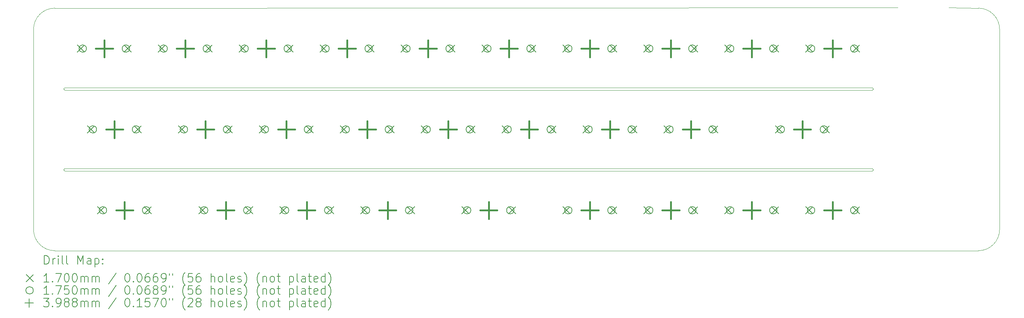
<source format=gbr>
%TF.GenerationSoftware,KiCad,Pcbnew,7.0.7*%
%TF.CreationDate,2023-09-01T12:35:13+10:00*%
%TF.ProjectId,qaz,71617a2e-6b69-4636-9164-5f7063625858,rev?*%
%TF.SameCoordinates,Original*%
%TF.FileFunction,Drillmap*%
%TF.FilePolarity,Positive*%
%FSLAX45Y45*%
G04 Gerber Fmt 4.5, Leading zero omitted, Abs format (unit mm)*
G04 Created by KiCad (PCBNEW 7.0.7) date 2023-09-01 12:35:13*
%MOMM*%
%LPD*%
G01*
G04 APERTURE LIST*
%ADD10C,0.100000*%
%ADD11C,0.200000*%
%ADD12C,0.170000*%
%ADD13C,0.175000*%
%ADD14C,0.398780*%
G04 APERTURE END LIST*
D10*
X21525367Y-4435089D02*
X2525319Y-4435089D01*
X2285938Y-2500313D02*
X22129160Y-2490147D01*
X2525319Y-6280563D02*
X21525367Y-6280563D01*
X21550372Y-4400558D02*
G75*
G03*
X21525367Y-4375558I-25002J-2D01*
G01*
X2525319Y-6280569D02*
G75*
G03*
X2500319Y-6305563I-9J-24991D01*
G01*
X1785937Y-7715312D02*
X1785937Y-3000312D01*
X24027019Y-8215339D02*
G75*
G03*
X24527019Y-7715333I-9J500009D01*
G01*
X24027019Y-8215333D02*
X2285938Y-8215312D01*
X24527019Y-3000333D02*
X24527019Y-7715333D01*
X24527016Y-3000333D02*
G75*
G03*
X24027019Y-2500334I-499997J4D01*
G01*
X2500319Y-4410089D02*
X2500319Y-4400558D01*
X21550367Y-6305563D02*
X21550367Y-6315094D01*
X24027019Y-2500334D02*
X23329160Y-2490147D01*
X2500319Y-6315094D02*
X2500319Y-6305563D01*
X21550367Y-6305563D02*
G75*
G03*
X21525367Y-6280563I-24997J3D01*
G01*
X21525367Y-6340087D02*
G75*
G03*
X21550367Y-6315094I3J24997D01*
G01*
X21525367Y-4435087D02*
G75*
G03*
X21550367Y-4410089I3J24997D01*
G01*
X21525367Y-6340094D02*
X2525319Y-6340094D01*
X2285938Y-2500313D02*
G75*
G03*
X1785937Y-3000312I-1J-499999D01*
G01*
X2525319Y-4375558D02*
X21525367Y-4375558D01*
X1785937Y-7715312D02*
G75*
G03*
X2285938Y-8215312I500000J-1D01*
G01*
X21550367Y-4400558D02*
X21550367Y-4410089D01*
X2500316Y-6315094D02*
G75*
G03*
X2525319Y-6340094I25004J4D01*
G01*
X2525319Y-4375559D02*
G75*
G03*
X2500319Y-4400558I1J-25001D01*
G01*
X2500321Y-4410089D02*
G75*
G03*
X2525319Y-4435089I24999J-1D01*
G01*
D11*
D12*
X2817500Y-3367500D02*
X2987500Y-3537500D01*
X2987500Y-3367500D02*
X2817500Y-3537500D01*
X3055625Y-5272500D02*
X3225625Y-5442500D01*
X3225625Y-5272500D02*
X3055625Y-5442500D01*
X3293750Y-7177500D02*
X3463750Y-7347500D01*
X3463750Y-7177500D02*
X3293750Y-7347500D01*
X3917500Y-3367500D02*
X4087500Y-3537500D01*
X4087500Y-3367500D02*
X3917500Y-3537500D01*
X4155625Y-5272500D02*
X4325625Y-5442500D01*
X4325625Y-5272500D02*
X4155625Y-5442500D01*
X4393750Y-7177500D02*
X4563750Y-7347500D01*
X4563750Y-7177500D02*
X4393750Y-7347500D01*
X4722500Y-3367500D02*
X4892500Y-3537500D01*
X4892500Y-3367500D02*
X4722500Y-3537500D01*
X5198750Y-5272500D02*
X5368750Y-5442500D01*
X5368750Y-5272500D02*
X5198750Y-5442500D01*
X5675000Y-7177500D02*
X5845000Y-7347500D01*
X5845000Y-7177500D02*
X5675000Y-7347500D01*
X5822500Y-3367500D02*
X5992500Y-3537500D01*
X5992500Y-3367500D02*
X5822500Y-3537500D01*
X6298750Y-5272500D02*
X6468750Y-5442500D01*
X6468750Y-5272500D02*
X6298750Y-5442500D01*
X6627500Y-3367500D02*
X6797500Y-3537500D01*
X6797500Y-3367500D02*
X6627500Y-3537500D01*
X6775000Y-7177500D02*
X6945000Y-7347500D01*
X6945000Y-7177500D02*
X6775000Y-7347500D01*
X7103750Y-5272500D02*
X7273750Y-5442500D01*
X7273750Y-5272500D02*
X7103750Y-5442500D01*
X7580000Y-7177500D02*
X7750000Y-7347500D01*
X7750000Y-7177500D02*
X7580000Y-7347500D01*
X7727500Y-3367500D02*
X7897500Y-3537500D01*
X7897500Y-3367500D02*
X7727500Y-3537500D01*
X8203750Y-5272500D02*
X8373750Y-5442500D01*
X8373750Y-5272500D02*
X8203750Y-5442500D01*
X8532500Y-3367500D02*
X8702500Y-3537500D01*
X8702500Y-3367500D02*
X8532500Y-3537500D01*
X8680000Y-7177500D02*
X8850000Y-7347500D01*
X8850000Y-7177500D02*
X8680000Y-7347500D01*
X9008750Y-5272500D02*
X9178750Y-5442500D01*
X9178750Y-5272500D02*
X9008750Y-5442500D01*
X9485000Y-7177500D02*
X9655000Y-7347500D01*
X9655000Y-7177500D02*
X9485000Y-7347500D01*
X9632500Y-3367500D02*
X9802500Y-3537500D01*
X9802500Y-3367500D02*
X9632500Y-3537500D01*
X10108750Y-5272500D02*
X10278750Y-5442500D01*
X10278750Y-5272500D02*
X10108750Y-5442500D01*
X10437500Y-3367500D02*
X10607500Y-3537500D01*
X10607500Y-3367500D02*
X10437500Y-3537500D01*
X10585000Y-7177500D02*
X10755000Y-7347500D01*
X10755000Y-7177500D02*
X10585000Y-7347500D01*
X10913750Y-5272500D02*
X11083750Y-5442500D01*
X11083750Y-5272500D02*
X10913750Y-5442500D01*
X11537500Y-3367500D02*
X11707500Y-3537500D01*
X11707500Y-3367500D02*
X11537500Y-3537500D01*
X11866250Y-7177500D02*
X12036250Y-7347500D01*
X12036250Y-7177500D02*
X11866250Y-7347500D01*
X12013750Y-5272500D02*
X12183750Y-5442500D01*
X12183750Y-5272500D02*
X12013750Y-5442500D01*
X12342500Y-3367500D02*
X12512500Y-3537500D01*
X12512500Y-3367500D02*
X12342500Y-3537500D01*
X12818750Y-5272500D02*
X12988750Y-5442500D01*
X12988750Y-5272500D02*
X12818750Y-5442500D01*
X12966250Y-7177500D02*
X13136250Y-7347500D01*
X13136250Y-7177500D02*
X12966250Y-7347500D01*
X13442500Y-3367500D02*
X13612500Y-3537500D01*
X13612500Y-3367500D02*
X13442500Y-3537500D01*
X13918750Y-5272500D02*
X14088750Y-5442500D01*
X14088750Y-5272500D02*
X13918750Y-5442500D01*
X14247500Y-3367500D02*
X14417500Y-3537500D01*
X14417500Y-3367500D02*
X14247500Y-3537500D01*
X14247500Y-7177500D02*
X14417500Y-7347500D01*
X14417500Y-7177500D02*
X14247500Y-7347500D01*
X14723750Y-5272500D02*
X14893750Y-5442500D01*
X14893750Y-5272500D02*
X14723750Y-5442500D01*
X15347500Y-3367500D02*
X15517500Y-3537500D01*
X15517500Y-3367500D02*
X15347500Y-3537500D01*
X15347500Y-7177500D02*
X15517500Y-7347500D01*
X15517500Y-7177500D02*
X15347500Y-7347500D01*
X15823750Y-5272500D02*
X15993750Y-5442500D01*
X15993750Y-5272500D02*
X15823750Y-5442500D01*
X16152500Y-3367500D02*
X16322500Y-3537500D01*
X16322500Y-3367500D02*
X16152500Y-3537500D01*
X16152500Y-7177500D02*
X16322500Y-7347500D01*
X16322500Y-7177500D02*
X16152500Y-7347500D01*
X16628750Y-5272500D02*
X16798750Y-5442500D01*
X16798750Y-5272500D02*
X16628750Y-5442500D01*
X17252500Y-3367500D02*
X17422500Y-3537500D01*
X17422500Y-3367500D02*
X17252500Y-3537500D01*
X17252500Y-7177500D02*
X17422500Y-7347500D01*
X17422500Y-7177500D02*
X17252500Y-7347500D01*
X17728750Y-5272500D02*
X17898750Y-5442500D01*
X17898750Y-5272500D02*
X17728750Y-5442500D01*
X18057500Y-3367500D02*
X18227500Y-3537500D01*
X18227500Y-3367500D02*
X18057500Y-3537500D01*
X18057500Y-7177500D02*
X18227500Y-7347500D01*
X18227500Y-7177500D02*
X18057500Y-7347500D01*
X19157500Y-3367500D02*
X19327500Y-3537500D01*
X19327500Y-3367500D02*
X19157500Y-3537500D01*
X19157500Y-7177500D02*
X19327500Y-7347500D01*
X19327500Y-7177500D02*
X19157500Y-7347500D01*
X19248125Y-5272500D02*
X19418125Y-5442500D01*
X19418125Y-5272500D02*
X19248125Y-5442500D01*
X19962500Y-3367500D02*
X20132500Y-3537500D01*
X20132500Y-3367500D02*
X19962500Y-3537500D01*
X19962500Y-7177500D02*
X20132500Y-7347500D01*
X20132500Y-7177500D02*
X19962500Y-7347500D01*
X20348125Y-5272500D02*
X20518125Y-5442500D01*
X20518125Y-5272500D02*
X20348125Y-5442500D01*
X21062500Y-3367500D02*
X21232500Y-3537500D01*
X21232500Y-3367500D02*
X21062500Y-3537500D01*
X21062500Y-7177500D02*
X21232500Y-7347500D01*
X21232500Y-7177500D02*
X21062500Y-7347500D01*
D13*
X3032000Y-3452500D02*
G75*
G03*
X3032000Y-3452500I-87500J0D01*
G01*
X3270125Y-5357500D02*
G75*
G03*
X3270125Y-5357500I-87500J0D01*
G01*
X3508250Y-7262500D02*
G75*
G03*
X3508250Y-7262500I-87500J0D01*
G01*
X4048000Y-3452500D02*
G75*
G03*
X4048000Y-3452500I-87500J0D01*
G01*
X4286125Y-5357500D02*
G75*
G03*
X4286125Y-5357500I-87500J0D01*
G01*
X4524250Y-7262500D02*
G75*
G03*
X4524250Y-7262500I-87500J0D01*
G01*
X4937000Y-3452500D02*
G75*
G03*
X4937000Y-3452500I-87500J0D01*
G01*
X5413250Y-5357500D02*
G75*
G03*
X5413250Y-5357500I-87500J0D01*
G01*
X5889500Y-7262500D02*
G75*
G03*
X5889500Y-7262500I-87500J0D01*
G01*
X5953000Y-3452500D02*
G75*
G03*
X5953000Y-3452500I-87500J0D01*
G01*
X6429250Y-5357500D02*
G75*
G03*
X6429250Y-5357500I-87500J0D01*
G01*
X6842000Y-3452500D02*
G75*
G03*
X6842000Y-3452500I-87500J0D01*
G01*
X6905500Y-7262500D02*
G75*
G03*
X6905500Y-7262500I-87500J0D01*
G01*
X7318250Y-5357500D02*
G75*
G03*
X7318250Y-5357500I-87500J0D01*
G01*
X7794500Y-7262500D02*
G75*
G03*
X7794500Y-7262500I-87500J0D01*
G01*
X7858000Y-3452500D02*
G75*
G03*
X7858000Y-3452500I-87500J0D01*
G01*
X8334250Y-5357500D02*
G75*
G03*
X8334250Y-5357500I-87500J0D01*
G01*
X8747000Y-3452500D02*
G75*
G03*
X8747000Y-3452500I-87500J0D01*
G01*
X8810500Y-7262500D02*
G75*
G03*
X8810500Y-7262500I-87500J0D01*
G01*
X9223250Y-5357500D02*
G75*
G03*
X9223250Y-5357500I-87500J0D01*
G01*
X9699500Y-7262500D02*
G75*
G03*
X9699500Y-7262500I-87500J0D01*
G01*
X9763000Y-3452500D02*
G75*
G03*
X9763000Y-3452500I-87500J0D01*
G01*
X10239250Y-5357500D02*
G75*
G03*
X10239250Y-5357500I-87500J0D01*
G01*
X10652000Y-3452500D02*
G75*
G03*
X10652000Y-3452500I-87500J0D01*
G01*
X10715500Y-7262500D02*
G75*
G03*
X10715500Y-7262500I-87500J0D01*
G01*
X11128250Y-5357500D02*
G75*
G03*
X11128250Y-5357500I-87500J0D01*
G01*
X11668000Y-3452500D02*
G75*
G03*
X11668000Y-3452500I-87500J0D01*
G01*
X12080750Y-7262500D02*
G75*
G03*
X12080750Y-7262500I-87500J0D01*
G01*
X12144250Y-5357500D02*
G75*
G03*
X12144250Y-5357500I-87500J0D01*
G01*
X12557000Y-3452500D02*
G75*
G03*
X12557000Y-3452500I-87500J0D01*
G01*
X13033250Y-5357500D02*
G75*
G03*
X13033250Y-5357500I-87500J0D01*
G01*
X13096750Y-7262500D02*
G75*
G03*
X13096750Y-7262500I-87500J0D01*
G01*
X13573000Y-3452500D02*
G75*
G03*
X13573000Y-3452500I-87500J0D01*
G01*
X14049250Y-5357500D02*
G75*
G03*
X14049250Y-5357500I-87500J0D01*
G01*
X14462000Y-3452500D02*
G75*
G03*
X14462000Y-3452500I-87500J0D01*
G01*
X14462000Y-7262500D02*
G75*
G03*
X14462000Y-7262500I-87500J0D01*
G01*
X14938250Y-5357500D02*
G75*
G03*
X14938250Y-5357500I-87500J0D01*
G01*
X15478000Y-3452500D02*
G75*
G03*
X15478000Y-3452500I-87500J0D01*
G01*
X15478000Y-7262500D02*
G75*
G03*
X15478000Y-7262500I-87500J0D01*
G01*
X15954250Y-5357500D02*
G75*
G03*
X15954250Y-5357500I-87500J0D01*
G01*
X16367000Y-3452500D02*
G75*
G03*
X16367000Y-3452500I-87500J0D01*
G01*
X16367000Y-7262500D02*
G75*
G03*
X16367000Y-7262500I-87500J0D01*
G01*
X16843250Y-5357500D02*
G75*
G03*
X16843250Y-5357500I-87500J0D01*
G01*
X17383000Y-3452500D02*
G75*
G03*
X17383000Y-3452500I-87500J0D01*
G01*
X17383000Y-7262500D02*
G75*
G03*
X17383000Y-7262500I-87500J0D01*
G01*
X17859250Y-5357500D02*
G75*
G03*
X17859250Y-5357500I-87500J0D01*
G01*
X18272000Y-3452500D02*
G75*
G03*
X18272000Y-3452500I-87500J0D01*
G01*
X18272000Y-7262500D02*
G75*
G03*
X18272000Y-7262500I-87500J0D01*
G01*
X19288000Y-3452500D02*
G75*
G03*
X19288000Y-3452500I-87500J0D01*
G01*
X19288000Y-7262500D02*
G75*
G03*
X19288000Y-7262500I-87500J0D01*
G01*
X19462625Y-5357500D02*
G75*
G03*
X19462625Y-5357500I-87500J0D01*
G01*
X20177000Y-3452500D02*
G75*
G03*
X20177000Y-3452500I-87500J0D01*
G01*
X20177000Y-7262500D02*
G75*
G03*
X20177000Y-7262500I-87500J0D01*
G01*
X20478625Y-5357500D02*
G75*
G03*
X20478625Y-5357500I-87500J0D01*
G01*
X21193000Y-3452500D02*
G75*
G03*
X21193000Y-3452500I-87500J0D01*
G01*
X21193000Y-7262500D02*
G75*
G03*
X21193000Y-7262500I-87500J0D01*
G01*
D14*
X3452500Y-3253110D02*
X3452500Y-3651890D01*
X3253110Y-3452500D02*
X3651890Y-3452500D01*
X3690625Y-5158110D02*
X3690625Y-5556890D01*
X3491235Y-5357500D02*
X3890015Y-5357500D01*
X3928750Y-7063110D02*
X3928750Y-7461890D01*
X3729360Y-7262500D02*
X4128140Y-7262500D01*
X5357500Y-3253110D02*
X5357500Y-3651890D01*
X5158110Y-3452500D02*
X5556890Y-3452500D01*
X5833750Y-5158110D02*
X5833750Y-5556890D01*
X5634360Y-5357500D02*
X6033140Y-5357500D01*
X6310000Y-7063110D02*
X6310000Y-7461890D01*
X6110610Y-7262500D02*
X6509390Y-7262500D01*
X7262500Y-3253110D02*
X7262500Y-3651890D01*
X7063110Y-3452500D02*
X7461890Y-3452500D01*
X7738750Y-5158110D02*
X7738750Y-5556890D01*
X7539360Y-5357500D02*
X7938140Y-5357500D01*
X8215000Y-7063110D02*
X8215000Y-7461890D01*
X8015610Y-7262500D02*
X8414390Y-7262500D01*
X9167500Y-3253110D02*
X9167500Y-3651890D01*
X8968110Y-3452500D02*
X9366890Y-3452500D01*
X9643750Y-5158110D02*
X9643750Y-5556890D01*
X9444360Y-5357500D02*
X9843140Y-5357500D01*
X10120000Y-7063110D02*
X10120000Y-7461890D01*
X9920610Y-7262500D02*
X10319390Y-7262500D01*
X11072500Y-3253110D02*
X11072500Y-3651890D01*
X10873110Y-3452500D02*
X11271890Y-3452500D01*
X11548750Y-5158110D02*
X11548750Y-5556890D01*
X11349360Y-5357500D02*
X11748140Y-5357500D01*
X12501250Y-7063110D02*
X12501250Y-7461890D01*
X12301860Y-7262500D02*
X12700640Y-7262500D01*
X12977500Y-3253110D02*
X12977500Y-3651890D01*
X12778110Y-3452500D02*
X13176890Y-3452500D01*
X13453750Y-5158110D02*
X13453750Y-5556890D01*
X13254360Y-5357500D02*
X13653140Y-5357500D01*
X14882500Y-3253110D02*
X14882500Y-3651890D01*
X14683110Y-3452500D02*
X15081890Y-3452500D01*
X14882500Y-7063110D02*
X14882500Y-7461890D01*
X14683110Y-7262500D02*
X15081890Y-7262500D01*
X15358750Y-5158110D02*
X15358750Y-5556890D01*
X15159360Y-5357500D02*
X15558140Y-5357500D01*
X16787500Y-3253110D02*
X16787500Y-3651890D01*
X16588110Y-3452500D02*
X16986890Y-3452500D01*
X16787500Y-7063110D02*
X16787500Y-7461890D01*
X16588110Y-7262500D02*
X16986890Y-7262500D01*
X17263750Y-5158110D02*
X17263750Y-5556890D01*
X17064360Y-5357500D02*
X17463140Y-5357500D01*
X18692500Y-3253110D02*
X18692500Y-3651890D01*
X18493110Y-3452500D02*
X18891890Y-3452500D01*
X18692500Y-7063110D02*
X18692500Y-7461890D01*
X18493110Y-7262500D02*
X18891890Y-7262500D01*
X19883125Y-5158110D02*
X19883125Y-5556890D01*
X19683735Y-5357500D02*
X20082515Y-5357500D01*
X20597500Y-3253110D02*
X20597500Y-3651890D01*
X20398110Y-3452500D02*
X20796890Y-3452500D01*
X20597500Y-7063110D02*
X20597500Y-7461890D01*
X20398110Y-7262500D02*
X20796890Y-7262500D01*
D11*
X2041714Y-8531817D02*
X2041714Y-8331817D01*
X2041714Y-8331817D02*
X2089333Y-8331817D01*
X2089333Y-8331817D02*
X2117905Y-8341341D01*
X2117905Y-8341341D02*
X2136952Y-8360389D01*
X2136952Y-8360389D02*
X2146476Y-8379436D01*
X2146476Y-8379436D02*
X2156000Y-8417532D01*
X2156000Y-8417532D02*
X2156000Y-8446103D01*
X2156000Y-8446103D02*
X2146476Y-8484198D01*
X2146476Y-8484198D02*
X2136952Y-8503246D01*
X2136952Y-8503246D02*
X2117905Y-8522294D01*
X2117905Y-8522294D02*
X2089333Y-8531817D01*
X2089333Y-8531817D02*
X2041714Y-8531817D01*
X2241714Y-8531817D02*
X2241714Y-8398484D01*
X2241714Y-8436579D02*
X2251238Y-8417532D01*
X2251238Y-8417532D02*
X2260762Y-8408008D01*
X2260762Y-8408008D02*
X2279810Y-8398484D01*
X2279810Y-8398484D02*
X2298857Y-8398484D01*
X2365524Y-8531817D02*
X2365524Y-8398484D01*
X2365524Y-8331817D02*
X2356000Y-8341341D01*
X2356000Y-8341341D02*
X2365524Y-8350865D01*
X2365524Y-8350865D02*
X2375048Y-8341341D01*
X2375048Y-8341341D02*
X2365524Y-8331817D01*
X2365524Y-8331817D02*
X2365524Y-8350865D01*
X2489333Y-8531817D02*
X2470286Y-8522294D01*
X2470286Y-8522294D02*
X2460762Y-8503246D01*
X2460762Y-8503246D02*
X2460762Y-8331817D01*
X2594095Y-8531817D02*
X2575048Y-8522294D01*
X2575048Y-8522294D02*
X2565524Y-8503246D01*
X2565524Y-8503246D02*
X2565524Y-8331817D01*
X2822667Y-8531817D02*
X2822667Y-8331817D01*
X2822667Y-8331817D02*
X2889333Y-8474674D01*
X2889333Y-8474674D02*
X2956000Y-8331817D01*
X2956000Y-8331817D02*
X2956000Y-8531817D01*
X3136952Y-8531817D02*
X3136952Y-8427055D01*
X3136952Y-8427055D02*
X3127429Y-8408008D01*
X3127429Y-8408008D02*
X3108381Y-8398484D01*
X3108381Y-8398484D02*
X3070286Y-8398484D01*
X3070286Y-8398484D02*
X3051238Y-8408008D01*
X3136952Y-8522294D02*
X3117905Y-8531817D01*
X3117905Y-8531817D02*
X3070286Y-8531817D01*
X3070286Y-8531817D02*
X3051238Y-8522294D01*
X3051238Y-8522294D02*
X3041714Y-8503246D01*
X3041714Y-8503246D02*
X3041714Y-8484198D01*
X3041714Y-8484198D02*
X3051238Y-8465151D01*
X3051238Y-8465151D02*
X3070286Y-8455627D01*
X3070286Y-8455627D02*
X3117905Y-8455627D01*
X3117905Y-8455627D02*
X3136952Y-8446103D01*
X3232190Y-8398484D02*
X3232190Y-8598484D01*
X3232190Y-8408008D02*
X3251238Y-8398484D01*
X3251238Y-8398484D02*
X3289333Y-8398484D01*
X3289333Y-8398484D02*
X3308381Y-8408008D01*
X3308381Y-8408008D02*
X3317905Y-8417532D01*
X3317905Y-8417532D02*
X3327429Y-8436579D01*
X3327429Y-8436579D02*
X3327429Y-8493722D01*
X3327429Y-8493722D02*
X3317905Y-8512770D01*
X3317905Y-8512770D02*
X3308381Y-8522294D01*
X3308381Y-8522294D02*
X3289333Y-8531817D01*
X3289333Y-8531817D02*
X3251238Y-8531817D01*
X3251238Y-8531817D02*
X3232190Y-8522294D01*
X3413143Y-8512770D02*
X3422667Y-8522294D01*
X3422667Y-8522294D02*
X3413143Y-8531817D01*
X3413143Y-8531817D02*
X3403619Y-8522294D01*
X3403619Y-8522294D02*
X3413143Y-8512770D01*
X3413143Y-8512770D02*
X3413143Y-8531817D01*
X3413143Y-8408008D02*
X3422667Y-8417532D01*
X3422667Y-8417532D02*
X3413143Y-8427055D01*
X3413143Y-8427055D02*
X3403619Y-8417532D01*
X3403619Y-8417532D02*
X3413143Y-8408008D01*
X3413143Y-8408008D02*
X3413143Y-8427055D01*
D12*
X1610937Y-8775334D02*
X1780937Y-8945334D01*
X1780937Y-8775334D02*
X1610937Y-8945334D01*
D11*
X2146476Y-8951817D02*
X2032190Y-8951817D01*
X2089333Y-8951817D02*
X2089333Y-8751817D01*
X2089333Y-8751817D02*
X2070286Y-8780389D01*
X2070286Y-8780389D02*
X2051238Y-8799436D01*
X2051238Y-8799436D02*
X2032190Y-8808960D01*
X2232191Y-8932770D02*
X2241714Y-8942294D01*
X2241714Y-8942294D02*
X2232191Y-8951817D01*
X2232191Y-8951817D02*
X2222667Y-8942294D01*
X2222667Y-8942294D02*
X2232191Y-8932770D01*
X2232191Y-8932770D02*
X2232191Y-8951817D01*
X2308381Y-8751817D02*
X2441714Y-8751817D01*
X2441714Y-8751817D02*
X2356000Y-8951817D01*
X2556000Y-8751817D02*
X2575048Y-8751817D01*
X2575048Y-8751817D02*
X2594095Y-8761341D01*
X2594095Y-8761341D02*
X2603619Y-8770865D01*
X2603619Y-8770865D02*
X2613143Y-8789913D01*
X2613143Y-8789913D02*
X2622667Y-8828008D01*
X2622667Y-8828008D02*
X2622667Y-8875627D01*
X2622667Y-8875627D02*
X2613143Y-8913722D01*
X2613143Y-8913722D02*
X2603619Y-8932770D01*
X2603619Y-8932770D02*
X2594095Y-8942294D01*
X2594095Y-8942294D02*
X2575048Y-8951817D01*
X2575048Y-8951817D02*
X2556000Y-8951817D01*
X2556000Y-8951817D02*
X2536952Y-8942294D01*
X2536952Y-8942294D02*
X2527429Y-8932770D01*
X2527429Y-8932770D02*
X2517905Y-8913722D01*
X2517905Y-8913722D02*
X2508381Y-8875627D01*
X2508381Y-8875627D02*
X2508381Y-8828008D01*
X2508381Y-8828008D02*
X2517905Y-8789913D01*
X2517905Y-8789913D02*
X2527429Y-8770865D01*
X2527429Y-8770865D02*
X2536952Y-8761341D01*
X2536952Y-8761341D02*
X2556000Y-8751817D01*
X2746476Y-8751817D02*
X2765524Y-8751817D01*
X2765524Y-8751817D02*
X2784572Y-8761341D01*
X2784572Y-8761341D02*
X2794095Y-8770865D01*
X2794095Y-8770865D02*
X2803619Y-8789913D01*
X2803619Y-8789913D02*
X2813143Y-8828008D01*
X2813143Y-8828008D02*
X2813143Y-8875627D01*
X2813143Y-8875627D02*
X2803619Y-8913722D01*
X2803619Y-8913722D02*
X2794095Y-8932770D01*
X2794095Y-8932770D02*
X2784572Y-8942294D01*
X2784572Y-8942294D02*
X2765524Y-8951817D01*
X2765524Y-8951817D02*
X2746476Y-8951817D01*
X2746476Y-8951817D02*
X2727429Y-8942294D01*
X2727429Y-8942294D02*
X2717905Y-8932770D01*
X2717905Y-8932770D02*
X2708381Y-8913722D01*
X2708381Y-8913722D02*
X2698857Y-8875627D01*
X2698857Y-8875627D02*
X2698857Y-8828008D01*
X2698857Y-8828008D02*
X2708381Y-8789913D01*
X2708381Y-8789913D02*
X2717905Y-8770865D01*
X2717905Y-8770865D02*
X2727429Y-8761341D01*
X2727429Y-8761341D02*
X2746476Y-8751817D01*
X2898857Y-8951817D02*
X2898857Y-8818484D01*
X2898857Y-8837532D02*
X2908381Y-8828008D01*
X2908381Y-8828008D02*
X2927429Y-8818484D01*
X2927429Y-8818484D02*
X2956000Y-8818484D01*
X2956000Y-8818484D02*
X2975048Y-8828008D01*
X2975048Y-8828008D02*
X2984571Y-8847055D01*
X2984571Y-8847055D02*
X2984571Y-8951817D01*
X2984571Y-8847055D02*
X2994095Y-8828008D01*
X2994095Y-8828008D02*
X3013143Y-8818484D01*
X3013143Y-8818484D02*
X3041714Y-8818484D01*
X3041714Y-8818484D02*
X3060762Y-8828008D01*
X3060762Y-8828008D02*
X3070286Y-8847055D01*
X3070286Y-8847055D02*
X3070286Y-8951817D01*
X3165524Y-8951817D02*
X3165524Y-8818484D01*
X3165524Y-8837532D02*
X3175048Y-8828008D01*
X3175048Y-8828008D02*
X3194095Y-8818484D01*
X3194095Y-8818484D02*
X3222667Y-8818484D01*
X3222667Y-8818484D02*
X3241714Y-8828008D01*
X3241714Y-8828008D02*
X3251238Y-8847055D01*
X3251238Y-8847055D02*
X3251238Y-8951817D01*
X3251238Y-8847055D02*
X3260762Y-8828008D01*
X3260762Y-8828008D02*
X3279810Y-8818484D01*
X3279810Y-8818484D02*
X3308381Y-8818484D01*
X3308381Y-8818484D02*
X3327429Y-8828008D01*
X3327429Y-8828008D02*
X3336952Y-8847055D01*
X3336952Y-8847055D02*
X3336952Y-8951817D01*
X3727429Y-8742294D02*
X3556000Y-8999436D01*
X3984572Y-8751817D02*
X4003619Y-8751817D01*
X4003619Y-8751817D02*
X4022667Y-8761341D01*
X4022667Y-8761341D02*
X4032191Y-8770865D01*
X4032191Y-8770865D02*
X4041714Y-8789913D01*
X4041714Y-8789913D02*
X4051238Y-8828008D01*
X4051238Y-8828008D02*
X4051238Y-8875627D01*
X4051238Y-8875627D02*
X4041714Y-8913722D01*
X4041714Y-8913722D02*
X4032191Y-8932770D01*
X4032191Y-8932770D02*
X4022667Y-8942294D01*
X4022667Y-8942294D02*
X4003619Y-8951817D01*
X4003619Y-8951817D02*
X3984572Y-8951817D01*
X3984572Y-8951817D02*
X3965524Y-8942294D01*
X3965524Y-8942294D02*
X3956000Y-8932770D01*
X3956000Y-8932770D02*
X3946476Y-8913722D01*
X3946476Y-8913722D02*
X3936953Y-8875627D01*
X3936953Y-8875627D02*
X3936953Y-8828008D01*
X3936953Y-8828008D02*
X3946476Y-8789913D01*
X3946476Y-8789913D02*
X3956000Y-8770865D01*
X3956000Y-8770865D02*
X3965524Y-8761341D01*
X3965524Y-8761341D02*
X3984572Y-8751817D01*
X4136953Y-8932770D02*
X4146476Y-8942294D01*
X4146476Y-8942294D02*
X4136953Y-8951817D01*
X4136953Y-8951817D02*
X4127429Y-8942294D01*
X4127429Y-8942294D02*
X4136953Y-8932770D01*
X4136953Y-8932770D02*
X4136953Y-8951817D01*
X4270286Y-8751817D02*
X4289334Y-8751817D01*
X4289334Y-8751817D02*
X4308381Y-8761341D01*
X4308381Y-8761341D02*
X4317905Y-8770865D01*
X4317905Y-8770865D02*
X4327429Y-8789913D01*
X4327429Y-8789913D02*
X4336953Y-8828008D01*
X4336953Y-8828008D02*
X4336953Y-8875627D01*
X4336953Y-8875627D02*
X4327429Y-8913722D01*
X4327429Y-8913722D02*
X4317905Y-8932770D01*
X4317905Y-8932770D02*
X4308381Y-8942294D01*
X4308381Y-8942294D02*
X4289334Y-8951817D01*
X4289334Y-8951817D02*
X4270286Y-8951817D01*
X4270286Y-8951817D02*
X4251238Y-8942294D01*
X4251238Y-8942294D02*
X4241715Y-8932770D01*
X4241715Y-8932770D02*
X4232191Y-8913722D01*
X4232191Y-8913722D02*
X4222667Y-8875627D01*
X4222667Y-8875627D02*
X4222667Y-8828008D01*
X4222667Y-8828008D02*
X4232191Y-8789913D01*
X4232191Y-8789913D02*
X4241715Y-8770865D01*
X4241715Y-8770865D02*
X4251238Y-8761341D01*
X4251238Y-8761341D02*
X4270286Y-8751817D01*
X4508381Y-8751817D02*
X4470286Y-8751817D01*
X4470286Y-8751817D02*
X4451238Y-8761341D01*
X4451238Y-8761341D02*
X4441715Y-8770865D01*
X4441715Y-8770865D02*
X4422667Y-8799436D01*
X4422667Y-8799436D02*
X4413143Y-8837532D01*
X4413143Y-8837532D02*
X4413143Y-8913722D01*
X4413143Y-8913722D02*
X4422667Y-8932770D01*
X4422667Y-8932770D02*
X4432191Y-8942294D01*
X4432191Y-8942294D02*
X4451238Y-8951817D01*
X4451238Y-8951817D02*
X4489334Y-8951817D01*
X4489334Y-8951817D02*
X4508381Y-8942294D01*
X4508381Y-8942294D02*
X4517905Y-8932770D01*
X4517905Y-8932770D02*
X4527429Y-8913722D01*
X4527429Y-8913722D02*
X4527429Y-8866103D01*
X4527429Y-8866103D02*
X4517905Y-8847055D01*
X4517905Y-8847055D02*
X4508381Y-8837532D01*
X4508381Y-8837532D02*
X4489334Y-8828008D01*
X4489334Y-8828008D02*
X4451238Y-8828008D01*
X4451238Y-8828008D02*
X4432191Y-8837532D01*
X4432191Y-8837532D02*
X4422667Y-8847055D01*
X4422667Y-8847055D02*
X4413143Y-8866103D01*
X4698857Y-8751817D02*
X4660762Y-8751817D01*
X4660762Y-8751817D02*
X4641715Y-8761341D01*
X4641715Y-8761341D02*
X4632191Y-8770865D01*
X4632191Y-8770865D02*
X4613143Y-8799436D01*
X4613143Y-8799436D02*
X4603619Y-8837532D01*
X4603619Y-8837532D02*
X4603619Y-8913722D01*
X4603619Y-8913722D02*
X4613143Y-8932770D01*
X4613143Y-8932770D02*
X4622667Y-8942294D01*
X4622667Y-8942294D02*
X4641715Y-8951817D01*
X4641715Y-8951817D02*
X4679810Y-8951817D01*
X4679810Y-8951817D02*
X4698857Y-8942294D01*
X4698857Y-8942294D02*
X4708381Y-8932770D01*
X4708381Y-8932770D02*
X4717905Y-8913722D01*
X4717905Y-8913722D02*
X4717905Y-8866103D01*
X4717905Y-8866103D02*
X4708381Y-8847055D01*
X4708381Y-8847055D02*
X4698857Y-8837532D01*
X4698857Y-8837532D02*
X4679810Y-8828008D01*
X4679810Y-8828008D02*
X4641715Y-8828008D01*
X4641715Y-8828008D02*
X4622667Y-8837532D01*
X4622667Y-8837532D02*
X4613143Y-8847055D01*
X4613143Y-8847055D02*
X4603619Y-8866103D01*
X4813143Y-8951817D02*
X4851238Y-8951817D01*
X4851238Y-8951817D02*
X4870286Y-8942294D01*
X4870286Y-8942294D02*
X4879810Y-8932770D01*
X4879810Y-8932770D02*
X4898857Y-8904198D01*
X4898857Y-8904198D02*
X4908381Y-8866103D01*
X4908381Y-8866103D02*
X4908381Y-8789913D01*
X4908381Y-8789913D02*
X4898857Y-8770865D01*
X4898857Y-8770865D02*
X4889334Y-8761341D01*
X4889334Y-8761341D02*
X4870286Y-8751817D01*
X4870286Y-8751817D02*
X4832191Y-8751817D01*
X4832191Y-8751817D02*
X4813143Y-8761341D01*
X4813143Y-8761341D02*
X4803619Y-8770865D01*
X4803619Y-8770865D02*
X4794096Y-8789913D01*
X4794096Y-8789913D02*
X4794096Y-8837532D01*
X4794096Y-8837532D02*
X4803619Y-8856579D01*
X4803619Y-8856579D02*
X4813143Y-8866103D01*
X4813143Y-8866103D02*
X4832191Y-8875627D01*
X4832191Y-8875627D02*
X4870286Y-8875627D01*
X4870286Y-8875627D02*
X4889334Y-8866103D01*
X4889334Y-8866103D02*
X4898857Y-8856579D01*
X4898857Y-8856579D02*
X4908381Y-8837532D01*
X4984572Y-8751817D02*
X4984572Y-8789913D01*
X5060762Y-8751817D02*
X5060762Y-8789913D01*
X5356000Y-9028008D02*
X5346477Y-9018484D01*
X5346477Y-9018484D02*
X5327429Y-8989913D01*
X5327429Y-8989913D02*
X5317905Y-8970865D01*
X5317905Y-8970865D02*
X5308381Y-8942294D01*
X5308381Y-8942294D02*
X5298858Y-8894674D01*
X5298858Y-8894674D02*
X5298858Y-8856579D01*
X5298858Y-8856579D02*
X5308381Y-8808960D01*
X5308381Y-8808960D02*
X5317905Y-8780389D01*
X5317905Y-8780389D02*
X5327429Y-8761341D01*
X5327429Y-8761341D02*
X5346477Y-8732770D01*
X5346477Y-8732770D02*
X5356000Y-8723246D01*
X5527429Y-8751817D02*
X5432191Y-8751817D01*
X5432191Y-8751817D02*
X5422667Y-8847055D01*
X5422667Y-8847055D02*
X5432191Y-8837532D01*
X5432191Y-8837532D02*
X5451238Y-8828008D01*
X5451238Y-8828008D02*
X5498858Y-8828008D01*
X5498858Y-8828008D02*
X5517905Y-8837532D01*
X5517905Y-8837532D02*
X5527429Y-8847055D01*
X5527429Y-8847055D02*
X5536953Y-8866103D01*
X5536953Y-8866103D02*
X5536953Y-8913722D01*
X5536953Y-8913722D02*
X5527429Y-8932770D01*
X5527429Y-8932770D02*
X5517905Y-8942294D01*
X5517905Y-8942294D02*
X5498858Y-8951817D01*
X5498858Y-8951817D02*
X5451238Y-8951817D01*
X5451238Y-8951817D02*
X5432191Y-8942294D01*
X5432191Y-8942294D02*
X5422667Y-8932770D01*
X5708381Y-8751817D02*
X5670286Y-8751817D01*
X5670286Y-8751817D02*
X5651238Y-8761341D01*
X5651238Y-8761341D02*
X5641715Y-8770865D01*
X5641715Y-8770865D02*
X5622667Y-8799436D01*
X5622667Y-8799436D02*
X5613143Y-8837532D01*
X5613143Y-8837532D02*
X5613143Y-8913722D01*
X5613143Y-8913722D02*
X5622667Y-8932770D01*
X5622667Y-8932770D02*
X5632191Y-8942294D01*
X5632191Y-8942294D02*
X5651238Y-8951817D01*
X5651238Y-8951817D02*
X5689334Y-8951817D01*
X5689334Y-8951817D02*
X5708381Y-8942294D01*
X5708381Y-8942294D02*
X5717905Y-8932770D01*
X5717905Y-8932770D02*
X5727429Y-8913722D01*
X5727429Y-8913722D02*
X5727429Y-8866103D01*
X5727429Y-8866103D02*
X5717905Y-8847055D01*
X5717905Y-8847055D02*
X5708381Y-8837532D01*
X5708381Y-8837532D02*
X5689334Y-8828008D01*
X5689334Y-8828008D02*
X5651238Y-8828008D01*
X5651238Y-8828008D02*
X5632191Y-8837532D01*
X5632191Y-8837532D02*
X5622667Y-8847055D01*
X5622667Y-8847055D02*
X5613143Y-8866103D01*
X5965524Y-8951817D02*
X5965524Y-8751817D01*
X6051238Y-8951817D02*
X6051238Y-8847055D01*
X6051238Y-8847055D02*
X6041715Y-8828008D01*
X6041715Y-8828008D02*
X6022667Y-8818484D01*
X6022667Y-8818484D02*
X5994096Y-8818484D01*
X5994096Y-8818484D02*
X5975048Y-8828008D01*
X5975048Y-8828008D02*
X5965524Y-8837532D01*
X6175048Y-8951817D02*
X6156000Y-8942294D01*
X6156000Y-8942294D02*
X6146477Y-8932770D01*
X6146477Y-8932770D02*
X6136953Y-8913722D01*
X6136953Y-8913722D02*
X6136953Y-8856579D01*
X6136953Y-8856579D02*
X6146477Y-8837532D01*
X6146477Y-8837532D02*
X6156000Y-8828008D01*
X6156000Y-8828008D02*
X6175048Y-8818484D01*
X6175048Y-8818484D02*
X6203619Y-8818484D01*
X6203619Y-8818484D02*
X6222667Y-8828008D01*
X6222667Y-8828008D02*
X6232191Y-8837532D01*
X6232191Y-8837532D02*
X6241715Y-8856579D01*
X6241715Y-8856579D02*
X6241715Y-8913722D01*
X6241715Y-8913722D02*
X6232191Y-8932770D01*
X6232191Y-8932770D02*
X6222667Y-8942294D01*
X6222667Y-8942294D02*
X6203619Y-8951817D01*
X6203619Y-8951817D02*
X6175048Y-8951817D01*
X6356000Y-8951817D02*
X6336953Y-8942294D01*
X6336953Y-8942294D02*
X6327429Y-8923246D01*
X6327429Y-8923246D02*
X6327429Y-8751817D01*
X6508381Y-8942294D02*
X6489334Y-8951817D01*
X6489334Y-8951817D02*
X6451238Y-8951817D01*
X6451238Y-8951817D02*
X6432191Y-8942294D01*
X6432191Y-8942294D02*
X6422667Y-8923246D01*
X6422667Y-8923246D02*
X6422667Y-8847055D01*
X6422667Y-8847055D02*
X6432191Y-8828008D01*
X6432191Y-8828008D02*
X6451238Y-8818484D01*
X6451238Y-8818484D02*
X6489334Y-8818484D01*
X6489334Y-8818484D02*
X6508381Y-8828008D01*
X6508381Y-8828008D02*
X6517905Y-8847055D01*
X6517905Y-8847055D02*
X6517905Y-8866103D01*
X6517905Y-8866103D02*
X6422667Y-8885151D01*
X6594096Y-8942294D02*
X6613143Y-8951817D01*
X6613143Y-8951817D02*
X6651238Y-8951817D01*
X6651238Y-8951817D02*
X6670286Y-8942294D01*
X6670286Y-8942294D02*
X6679810Y-8923246D01*
X6679810Y-8923246D02*
X6679810Y-8913722D01*
X6679810Y-8913722D02*
X6670286Y-8894674D01*
X6670286Y-8894674D02*
X6651238Y-8885151D01*
X6651238Y-8885151D02*
X6622667Y-8885151D01*
X6622667Y-8885151D02*
X6603619Y-8875627D01*
X6603619Y-8875627D02*
X6594096Y-8856579D01*
X6594096Y-8856579D02*
X6594096Y-8847055D01*
X6594096Y-8847055D02*
X6603619Y-8828008D01*
X6603619Y-8828008D02*
X6622667Y-8818484D01*
X6622667Y-8818484D02*
X6651238Y-8818484D01*
X6651238Y-8818484D02*
X6670286Y-8828008D01*
X6746477Y-9028008D02*
X6756000Y-9018484D01*
X6756000Y-9018484D02*
X6775048Y-8989913D01*
X6775048Y-8989913D02*
X6784572Y-8970865D01*
X6784572Y-8970865D02*
X6794096Y-8942294D01*
X6794096Y-8942294D02*
X6803619Y-8894674D01*
X6803619Y-8894674D02*
X6803619Y-8856579D01*
X6803619Y-8856579D02*
X6794096Y-8808960D01*
X6794096Y-8808960D02*
X6784572Y-8780389D01*
X6784572Y-8780389D02*
X6775048Y-8761341D01*
X6775048Y-8761341D02*
X6756000Y-8732770D01*
X6756000Y-8732770D02*
X6746477Y-8723246D01*
X7108381Y-9028008D02*
X7098858Y-9018484D01*
X7098858Y-9018484D02*
X7079810Y-8989913D01*
X7079810Y-8989913D02*
X7070286Y-8970865D01*
X7070286Y-8970865D02*
X7060762Y-8942294D01*
X7060762Y-8942294D02*
X7051239Y-8894674D01*
X7051239Y-8894674D02*
X7051239Y-8856579D01*
X7051239Y-8856579D02*
X7060762Y-8808960D01*
X7060762Y-8808960D02*
X7070286Y-8780389D01*
X7070286Y-8780389D02*
X7079810Y-8761341D01*
X7079810Y-8761341D02*
X7098858Y-8732770D01*
X7098858Y-8732770D02*
X7108381Y-8723246D01*
X7184572Y-8818484D02*
X7184572Y-8951817D01*
X7184572Y-8837532D02*
X7194096Y-8828008D01*
X7194096Y-8828008D02*
X7213143Y-8818484D01*
X7213143Y-8818484D02*
X7241715Y-8818484D01*
X7241715Y-8818484D02*
X7260762Y-8828008D01*
X7260762Y-8828008D02*
X7270286Y-8847055D01*
X7270286Y-8847055D02*
X7270286Y-8951817D01*
X7394096Y-8951817D02*
X7375048Y-8942294D01*
X7375048Y-8942294D02*
X7365524Y-8932770D01*
X7365524Y-8932770D02*
X7356000Y-8913722D01*
X7356000Y-8913722D02*
X7356000Y-8856579D01*
X7356000Y-8856579D02*
X7365524Y-8837532D01*
X7365524Y-8837532D02*
X7375048Y-8828008D01*
X7375048Y-8828008D02*
X7394096Y-8818484D01*
X7394096Y-8818484D02*
X7422667Y-8818484D01*
X7422667Y-8818484D02*
X7441715Y-8828008D01*
X7441715Y-8828008D02*
X7451239Y-8837532D01*
X7451239Y-8837532D02*
X7460762Y-8856579D01*
X7460762Y-8856579D02*
X7460762Y-8913722D01*
X7460762Y-8913722D02*
X7451239Y-8932770D01*
X7451239Y-8932770D02*
X7441715Y-8942294D01*
X7441715Y-8942294D02*
X7422667Y-8951817D01*
X7422667Y-8951817D02*
X7394096Y-8951817D01*
X7517905Y-8818484D02*
X7594096Y-8818484D01*
X7546477Y-8751817D02*
X7546477Y-8923246D01*
X7546477Y-8923246D02*
X7556000Y-8942294D01*
X7556000Y-8942294D02*
X7575048Y-8951817D01*
X7575048Y-8951817D02*
X7594096Y-8951817D01*
X7813143Y-8818484D02*
X7813143Y-9018484D01*
X7813143Y-8828008D02*
X7832191Y-8818484D01*
X7832191Y-8818484D02*
X7870286Y-8818484D01*
X7870286Y-8818484D02*
X7889334Y-8828008D01*
X7889334Y-8828008D02*
X7898858Y-8837532D01*
X7898858Y-8837532D02*
X7908381Y-8856579D01*
X7908381Y-8856579D02*
X7908381Y-8913722D01*
X7908381Y-8913722D02*
X7898858Y-8932770D01*
X7898858Y-8932770D02*
X7889334Y-8942294D01*
X7889334Y-8942294D02*
X7870286Y-8951817D01*
X7870286Y-8951817D02*
X7832191Y-8951817D01*
X7832191Y-8951817D02*
X7813143Y-8942294D01*
X8022667Y-8951817D02*
X8003620Y-8942294D01*
X8003620Y-8942294D02*
X7994096Y-8923246D01*
X7994096Y-8923246D02*
X7994096Y-8751817D01*
X8184572Y-8951817D02*
X8184572Y-8847055D01*
X8184572Y-8847055D02*
X8175048Y-8828008D01*
X8175048Y-8828008D02*
X8156001Y-8818484D01*
X8156001Y-8818484D02*
X8117905Y-8818484D01*
X8117905Y-8818484D02*
X8098858Y-8828008D01*
X8184572Y-8942294D02*
X8165524Y-8951817D01*
X8165524Y-8951817D02*
X8117905Y-8951817D01*
X8117905Y-8951817D02*
X8098858Y-8942294D01*
X8098858Y-8942294D02*
X8089334Y-8923246D01*
X8089334Y-8923246D02*
X8089334Y-8904198D01*
X8089334Y-8904198D02*
X8098858Y-8885151D01*
X8098858Y-8885151D02*
X8117905Y-8875627D01*
X8117905Y-8875627D02*
X8165524Y-8875627D01*
X8165524Y-8875627D02*
X8184572Y-8866103D01*
X8251239Y-8818484D02*
X8327429Y-8818484D01*
X8279810Y-8751817D02*
X8279810Y-8923246D01*
X8279810Y-8923246D02*
X8289334Y-8942294D01*
X8289334Y-8942294D02*
X8308381Y-8951817D01*
X8308381Y-8951817D02*
X8327429Y-8951817D01*
X8470286Y-8942294D02*
X8451239Y-8951817D01*
X8451239Y-8951817D02*
X8413143Y-8951817D01*
X8413143Y-8951817D02*
X8394096Y-8942294D01*
X8394096Y-8942294D02*
X8384572Y-8923246D01*
X8384572Y-8923246D02*
X8384572Y-8847055D01*
X8384572Y-8847055D02*
X8394096Y-8828008D01*
X8394096Y-8828008D02*
X8413143Y-8818484D01*
X8413143Y-8818484D02*
X8451239Y-8818484D01*
X8451239Y-8818484D02*
X8470286Y-8828008D01*
X8470286Y-8828008D02*
X8479810Y-8847055D01*
X8479810Y-8847055D02*
X8479810Y-8866103D01*
X8479810Y-8866103D02*
X8384572Y-8885151D01*
X8651239Y-8951817D02*
X8651239Y-8751817D01*
X8651239Y-8942294D02*
X8632191Y-8951817D01*
X8632191Y-8951817D02*
X8594096Y-8951817D01*
X8594096Y-8951817D02*
X8575048Y-8942294D01*
X8575048Y-8942294D02*
X8565524Y-8932770D01*
X8565524Y-8932770D02*
X8556001Y-8913722D01*
X8556001Y-8913722D02*
X8556001Y-8856579D01*
X8556001Y-8856579D02*
X8565524Y-8837532D01*
X8565524Y-8837532D02*
X8575048Y-8828008D01*
X8575048Y-8828008D02*
X8594096Y-8818484D01*
X8594096Y-8818484D02*
X8632191Y-8818484D01*
X8632191Y-8818484D02*
X8651239Y-8828008D01*
X8727429Y-9028008D02*
X8736953Y-9018484D01*
X8736953Y-9018484D02*
X8756001Y-8989913D01*
X8756001Y-8989913D02*
X8765524Y-8970865D01*
X8765524Y-8970865D02*
X8775048Y-8942294D01*
X8775048Y-8942294D02*
X8784572Y-8894674D01*
X8784572Y-8894674D02*
X8784572Y-8856579D01*
X8784572Y-8856579D02*
X8775048Y-8808960D01*
X8775048Y-8808960D02*
X8765524Y-8780389D01*
X8765524Y-8780389D02*
X8756001Y-8761341D01*
X8756001Y-8761341D02*
X8736953Y-8732770D01*
X8736953Y-8732770D02*
X8727429Y-8723246D01*
D13*
X1780937Y-9150334D02*
G75*
G03*
X1780937Y-9150334I-87500J0D01*
G01*
D11*
X2146476Y-9241817D02*
X2032190Y-9241817D01*
X2089333Y-9241817D02*
X2089333Y-9041817D01*
X2089333Y-9041817D02*
X2070286Y-9070389D01*
X2070286Y-9070389D02*
X2051238Y-9089436D01*
X2051238Y-9089436D02*
X2032190Y-9098960D01*
X2232191Y-9222770D02*
X2241714Y-9232294D01*
X2241714Y-9232294D02*
X2232191Y-9241817D01*
X2232191Y-9241817D02*
X2222667Y-9232294D01*
X2222667Y-9232294D02*
X2232191Y-9222770D01*
X2232191Y-9222770D02*
X2232191Y-9241817D01*
X2308381Y-9041817D02*
X2441714Y-9041817D01*
X2441714Y-9041817D02*
X2356000Y-9241817D01*
X2613143Y-9041817D02*
X2517905Y-9041817D01*
X2517905Y-9041817D02*
X2508381Y-9137055D01*
X2508381Y-9137055D02*
X2517905Y-9127532D01*
X2517905Y-9127532D02*
X2536952Y-9118008D01*
X2536952Y-9118008D02*
X2584572Y-9118008D01*
X2584572Y-9118008D02*
X2603619Y-9127532D01*
X2603619Y-9127532D02*
X2613143Y-9137055D01*
X2613143Y-9137055D02*
X2622667Y-9156103D01*
X2622667Y-9156103D02*
X2622667Y-9203722D01*
X2622667Y-9203722D02*
X2613143Y-9222770D01*
X2613143Y-9222770D02*
X2603619Y-9232294D01*
X2603619Y-9232294D02*
X2584572Y-9241817D01*
X2584572Y-9241817D02*
X2536952Y-9241817D01*
X2536952Y-9241817D02*
X2517905Y-9232294D01*
X2517905Y-9232294D02*
X2508381Y-9222770D01*
X2746476Y-9041817D02*
X2765524Y-9041817D01*
X2765524Y-9041817D02*
X2784572Y-9051341D01*
X2784572Y-9051341D02*
X2794095Y-9060865D01*
X2794095Y-9060865D02*
X2803619Y-9079913D01*
X2803619Y-9079913D02*
X2813143Y-9118008D01*
X2813143Y-9118008D02*
X2813143Y-9165627D01*
X2813143Y-9165627D02*
X2803619Y-9203722D01*
X2803619Y-9203722D02*
X2794095Y-9222770D01*
X2794095Y-9222770D02*
X2784572Y-9232294D01*
X2784572Y-9232294D02*
X2765524Y-9241817D01*
X2765524Y-9241817D02*
X2746476Y-9241817D01*
X2746476Y-9241817D02*
X2727429Y-9232294D01*
X2727429Y-9232294D02*
X2717905Y-9222770D01*
X2717905Y-9222770D02*
X2708381Y-9203722D01*
X2708381Y-9203722D02*
X2698857Y-9165627D01*
X2698857Y-9165627D02*
X2698857Y-9118008D01*
X2698857Y-9118008D02*
X2708381Y-9079913D01*
X2708381Y-9079913D02*
X2717905Y-9060865D01*
X2717905Y-9060865D02*
X2727429Y-9051341D01*
X2727429Y-9051341D02*
X2746476Y-9041817D01*
X2898857Y-9241817D02*
X2898857Y-9108484D01*
X2898857Y-9127532D02*
X2908381Y-9118008D01*
X2908381Y-9118008D02*
X2927429Y-9108484D01*
X2927429Y-9108484D02*
X2956000Y-9108484D01*
X2956000Y-9108484D02*
X2975048Y-9118008D01*
X2975048Y-9118008D02*
X2984571Y-9137055D01*
X2984571Y-9137055D02*
X2984571Y-9241817D01*
X2984571Y-9137055D02*
X2994095Y-9118008D01*
X2994095Y-9118008D02*
X3013143Y-9108484D01*
X3013143Y-9108484D02*
X3041714Y-9108484D01*
X3041714Y-9108484D02*
X3060762Y-9118008D01*
X3060762Y-9118008D02*
X3070286Y-9137055D01*
X3070286Y-9137055D02*
X3070286Y-9241817D01*
X3165524Y-9241817D02*
X3165524Y-9108484D01*
X3165524Y-9127532D02*
X3175048Y-9118008D01*
X3175048Y-9118008D02*
X3194095Y-9108484D01*
X3194095Y-9108484D02*
X3222667Y-9108484D01*
X3222667Y-9108484D02*
X3241714Y-9118008D01*
X3241714Y-9118008D02*
X3251238Y-9137055D01*
X3251238Y-9137055D02*
X3251238Y-9241817D01*
X3251238Y-9137055D02*
X3260762Y-9118008D01*
X3260762Y-9118008D02*
X3279810Y-9108484D01*
X3279810Y-9108484D02*
X3308381Y-9108484D01*
X3308381Y-9108484D02*
X3327429Y-9118008D01*
X3327429Y-9118008D02*
X3336952Y-9137055D01*
X3336952Y-9137055D02*
X3336952Y-9241817D01*
X3727429Y-9032294D02*
X3556000Y-9289436D01*
X3984572Y-9041817D02*
X4003619Y-9041817D01*
X4003619Y-9041817D02*
X4022667Y-9051341D01*
X4022667Y-9051341D02*
X4032191Y-9060865D01*
X4032191Y-9060865D02*
X4041714Y-9079913D01*
X4041714Y-9079913D02*
X4051238Y-9118008D01*
X4051238Y-9118008D02*
X4051238Y-9165627D01*
X4051238Y-9165627D02*
X4041714Y-9203722D01*
X4041714Y-9203722D02*
X4032191Y-9222770D01*
X4032191Y-9222770D02*
X4022667Y-9232294D01*
X4022667Y-9232294D02*
X4003619Y-9241817D01*
X4003619Y-9241817D02*
X3984572Y-9241817D01*
X3984572Y-9241817D02*
X3965524Y-9232294D01*
X3965524Y-9232294D02*
X3956000Y-9222770D01*
X3956000Y-9222770D02*
X3946476Y-9203722D01*
X3946476Y-9203722D02*
X3936953Y-9165627D01*
X3936953Y-9165627D02*
X3936953Y-9118008D01*
X3936953Y-9118008D02*
X3946476Y-9079913D01*
X3946476Y-9079913D02*
X3956000Y-9060865D01*
X3956000Y-9060865D02*
X3965524Y-9051341D01*
X3965524Y-9051341D02*
X3984572Y-9041817D01*
X4136953Y-9222770D02*
X4146476Y-9232294D01*
X4146476Y-9232294D02*
X4136953Y-9241817D01*
X4136953Y-9241817D02*
X4127429Y-9232294D01*
X4127429Y-9232294D02*
X4136953Y-9222770D01*
X4136953Y-9222770D02*
X4136953Y-9241817D01*
X4270286Y-9041817D02*
X4289334Y-9041817D01*
X4289334Y-9041817D02*
X4308381Y-9051341D01*
X4308381Y-9051341D02*
X4317905Y-9060865D01*
X4317905Y-9060865D02*
X4327429Y-9079913D01*
X4327429Y-9079913D02*
X4336953Y-9118008D01*
X4336953Y-9118008D02*
X4336953Y-9165627D01*
X4336953Y-9165627D02*
X4327429Y-9203722D01*
X4327429Y-9203722D02*
X4317905Y-9222770D01*
X4317905Y-9222770D02*
X4308381Y-9232294D01*
X4308381Y-9232294D02*
X4289334Y-9241817D01*
X4289334Y-9241817D02*
X4270286Y-9241817D01*
X4270286Y-9241817D02*
X4251238Y-9232294D01*
X4251238Y-9232294D02*
X4241715Y-9222770D01*
X4241715Y-9222770D02*
X4232191Y-9203722D01*
X4232191Y-9203722D02*
X4222667Y-9165627D01*
X4222667Y-9165627D02*
X4222667Y-9118008D01*
X4222667Y-9118008D02*
X4232191Y-9079913D01*
X4232191Y-9079913D02*
X4241715Y-9060865D01*
X4241715Y-9060865D02*
X4251238Y-9051341D01*
X4251238Y-9051341D02*
X4270286Y-9041817D01*
X4508381Y-9041817D02*
X4470286Y-9041817D01*
X4470286Y-9041817D02*
X4451238Y-9051341D01*
X4451238Y-9051341D02*
X4441715Y-9060865D01*
X4441715Y-9060865D02*
X4422667Y-9089436D01*
X4422667Y-9089436D02*
X4413143Y-9127532D01*
X4413143Y-9127532D02*
X4413143Y-9203722D01*
X4413143Y-9203722D02*
X4422667Y-9222770D01*
X4422667Y-9222770D02*
X4432191Y-9232294D01*
X4432191Y-9232294D02*
X4451238Y-9241817D01*
X4451238Y-9241817D02*
X4489334Y-9241817D01*
X4489334Y-9241817D02*
X4508381Y-9232294D01*
X4508381Y-9232294D02*
X4517905Y-9222770D01*
X4517905Y-9222770D02*
X4527429Y-9203722D01*
X4527429Y-9203722D02*
X4527429Y-9156103D01*
X4527429Y-9156103D02*
X4517905Y-9137055D01*
X4517905Y-9137055D02*
X4508381Y-9127532D01*
X4508381Y-9127532D02*
X4489334Y-9118008D01*
X4489334Y-9118008D02*
X4451238Y-9118008D01*
X4451238Y-9118008D02*
X4432191Y-9127532D01*
X4432191Y-9127532D02*
X4422667Y-9137055D01*
X4422667Y-9137055D02*
X4413143Y-9156103D01*
X4641715Y-9127532D02*
X4622667Y-9118008D01*
X4622667Y-9118008D02*
X4613143Y-9108484D01*
X4613143Y-9108484D02*
X4603619Y-9089436D01*
X4603619Y-9089436D02*
X4603619Y-9079913D01*
X4603619Y-9079913D02*
X4613143Y-9060865D01*
X4613143Y-9060865D02*
X4622667Y-9051341D01*
X4622667Y-9051341D02*
X4641715Y-9041817D01*
X4641715Y-9041817D02*
X4679810Y-9041817D01*
X4679810Y-9041817D02*
X4698857Y-9051341D01*
X4698857Y-9051341D02*
X4708381Y-9060865D01*
X4708381Y-9060865D02*
X4717905Y-9079913D01*
X4717905Y-9079913D02*
X4717905Y-9089436D01*
X4717905Y-9089436D02*
X4708381Y-9108484D01*
X4708381Y-9108484D02*
X4698857Y-9118008D01*
X4698857Y-9118008D02*
X4679810Y-9127532D01*
X4679810Y-9127532D02*
X4641715Y-9127532D01*
X4641715Y-9127532D02*
X4622667Y-9137055D01*
X4622667Y-9137055D02*
X4613143Y-9146579D01*
X4613143Y-9146579D02*
X4603619Y-9165627D01*
X4603619Y-9165627D02*
X4603619Y-9203722D01*
X4603619Y-9203722D02*
X4613143Y-9222770D01*
X4613143Y-9222770D02*
X4622667Y-9232294D01*
X4622667Y-9232294D02*
X4641715Y-9241817D01*
X4641715Y-9241817D02*
X4679810Y-9241817D01*
X4679810Y-9241817D02*
X4698857Y-9232294D01*
X4698857Y-9232294D02*
X4708381Y-9222770D01*
X4708381Y-9222770D02*
X4717905Y-9203722D01*
X4717905Y-9203722D02*
X4717905Y-9165627D01*
X4717905Y-9165627D02*
X4708381Y-9146579D01*
X4708381Y-9146579D02*
X4698857Y-9137055D01*
X4698857Y-9137055D02*
X4679810Y-9127532D01*
X4813143Y-9241817D02*
X4851238Y-9241817D01*
X4851238Y-9241817D02*
X4870286Y-9232294D01*
X4870286Y-9232294D02*
X4879810Y-9222770D01*
X4879810Y-9222770D02*
X4898857Y-9194198D01*
X4898857Y-9194198D02*
X4908381Y-9156103D01*
X4908381Y-9156103D02*
X4908381Y-9079913D01*
X4908381Y-9079913D02*
X4898857Y-9060865D01*
X4898857Y-9060865D02*
X4889334Y-9051341D01*
X4889334Y-9051341D02*
X4870286Y-9041817D01*
X4870286Y-9041817D02*
X4832191Y-9041817D01*
X4832191Y-9041817D02*
X4813143Y-9051341D01*
X4813143Y-9051341D02*
X4803619Y-9060865D01*
X4803619Y-9060865D02*
X4794096Y-9079913D01*
X4794096Y-9079913D02*
X4794096Y-9127532D01*
X4794096Y-9127532D02*
X4803619Y-9146579D01*
X4803619Y-9146579D02*
X4813143Y-9156103D01*
X4813143Y-9156103D02*
X4832191Y-9165627D01*
X4832191Y-9165627D02*
X4870286Y-9165627D01*
X4870286Y-9165627D02*
X4889334Y-9156103D01*
X4889334Y-9156103D02*
X4898857Y-9146579D01*
X4898857Y-9146579D02*
X4908381Y-9127532D01*
X4984572Y-9041817D02*
X4984572Y-9079913D01*
X5060762Y-9041817D02*
X5060762Y-9079913D01*
X5356000Y-9318008D02*
X5346477Y-9308484D01*
X5346477Y-9308484D02*
X5327429Y-9279913D01*
X5327429Y-9279913D02*
X5317905Y-9260865D01*
X5317905Y-9260865D02*
X5308381Y-9232294D01*
X5308381Y-9232294D02*
X5298858Y-9184674D01*
X5298858Y-9184674D02*
X5298858Y-9146579D01*
X5298858Y-9146579D02*
X5308381Y-9098960D01*
X5308381Y-9098960D02*
X5317905Y-9070389D01*
X5317905Y-9070389D02*
X5327429Y-9051341D01*
X5327429Y-9051341D02*
X5346477Y-9022770D01*
X5346477Y-9022770D02*
X5356000Y-9013246D01*
X5527429Y-9041817D02*
X5432191Y-9041817D01*
X5432191Y-9041817D02*
X5422667Y-9137055D01*
X5422667Y-9137055D02*
X5432191Y-9127532D01*
X5432191Y-9127532D02*
X5451238Y-9118008D01*
X5451238Y-9118008D02*
X5498858Y-9118008D01*
X5498858Y-9118008D02*
X5517905Y-9127532D01*
X5517905Y-9127532D02*
X5527429Y-9137055D01*
X5527429Y-9137055D02*
X5536953Y-9156103D01*
X5536953Y-9156103D02*
X5536953Y-9203722D01*
X5536953Y-9203722D02*
X5527429Y-9222770D01*
X5527429Y-9222770D02*
X5517905Y-9232294D01*
X5517905Y-9232294D02*
X5498858Y-9241817D01*
X5498858Y-9241817D02*
X5451238Y-9241817D01*
X5451238Y-9241817D02*
X5432191Y-9232294D01*
X5432191Y-9232294D02*
X5422667Y-9222770D01*
X5708381Y-9041817D02*
X5670286Y-9041817D01*
X5670286Y-9041817D02*
X5651238Y-9051341D01*
X5651238Y-9051341D02*
X5641715Y-9060865D01*
X5641715Y-9060865D02*
X5622667Y-9089436D01*
X5622667Y-9089436D02*
X5613143Y-9127532D01*
X5613143Y-9127532D02*
X5613143Y-9203722D01*
X5613143Y-9203722D02*
X5622667Y-9222770D01*
X5622667Y-9222770D02*
X5632191Y-9232294D01*
X5632191Y-9232294D02*
X5651238Y-9241817D01*
X5651238Y-9241817D02*
X5689334Y-9241817D01*
X5689334Y-9241817D02*
X5708381Y-9232294D01*
X5708381Y-9232294D02*
X5717905Y-9222770D01*
X5717905Y-9222770D02*
X5727429Y-9203722D01*
X5727429Y-9203722D02*
X5727429Y-9156103D01*
X5727429Y-9156103D02*
X5717905Y-9137055D01*
X5717905Y-9137055D02*
X5708381Y-9127532D01*
X5708381Y-9127532D02*
X5689334Y-9118008D01*
X5689334Y-9118008D02*
X5651238Y-9118008D01*
X5651238Y-9118008D02*
X5632191Y-9127532D01*
X5632191Y-9127532D02*
X5622667Y-9137055D01*
X5622667Y-9137055D02*
X5613143Y-9156103D01*
X5965524Y-9241817D02*
X5965524Y-9041817D01*
X6051238Y-9241817D02*
X6051238Y-9137055D01*
X6051238Y-9137055D02*
X6041715Y-9118008D01*
X6041715Y-9118008D02*
X6022667Y-9108484D01*
X6022667Y-9108484D02*
X5994096Y-9108484D01*
X5994096Y-9108484D02*
X5975048Y-9118008D01*
X5975048Y-9118008D02*
X5965524Y-9127532D01*
X6175048Y-9241817D02*
X6156000Y-9232294D01*
X6156000Y-9232294D02*
X6146477Y-9222770D01*
X6146477Y-9222770D02*
X6136953Y-9203722D01*
X6136953Y-9203722D02*
X6136953Y-9146579D01*
X6136953Y-9146579D02*
X6146477Y-9127532D01*
X6146477Y-9127532D02*
X6156000Y-9118008D01*
X6156000Y-9118008D02*
X6175048Y-9108484D01*
X6175048Y-9108484D02*
X6203619Y-9108484D01*
X6203619Y-9108484D02*
X6222667Y-9118008D01*
X6222667Y-9118008D02*
X6232191Y-9127532D01*
X6232191Y-9127532D02*
X6241715Y-9146579D01*
X6241715Y-9146579D02*
X6241715Y-9203722D01*
X6241715Y-9203722D02*
X6232191Y-9222770D01*
X6232191Y-9222770D02*
X6222667Y-9232294D01*
X6222667Y-9232294D02*
X6203619Y-9241817D01*
X6203619Y-9241817D02*
X6175048Y-9241817D01*
X6356000Y-9241817D02*
X6336953Y-9232294D01*
X6336953Y-9232294D02*
X6327429Y-9213246D01*
X6327429Y-9213246D02*
X6327429Y-9041817D01*
X6508381Y-9232294D02*
X6489334Y-9241817D01*
X6489334Y-9241817D02*
X6451238Y-9241817D01*
X6451238Y-9241817D02*
X6432191Y-9232294D01*
X6432191Y-9232294D02*
X6422667Y-9213246D01*
X6422667Y-9213246D02*
X6422667Y-9137055D01*
X6422667Y-9137055D02*
X6432191Y-9118008D01*
X6432191Y-9118008D02*
X6451238Y-9108484D01*
X6451238Y-9108484D02*
X6489334Y-9108484D01*
X6489334Y-9108484D02*
X6508381Y-9118008D01*
X6508381Y-9118008D02*
X6517905Y-9137055D01*
X6517905Y-9137055D02*
X6517905Y-9156103D01*
X6517905Y-9156103D02*
X6422667Y-9175151D01*
X6594096Y-9232294D02*
X6613143Y-9241817D01*
X6613143Y-9241817D02*
X6651238Y-9241817D01*
X6651238Y-9241817D02*
X6670286Y-9232294D01*
X6670286Y-9232294D02*
X6679810Y-9213246D01*
X6679810Y-9213246D02*
X6679810Y-9203722D01*
X6679810Y-9203722D02*
X6670286Y-9184674D01*
X6670286Y-9184674D02*
X6651238Y-9175151D01*
X6651238Y-9175151D02*
X6622667Y-9175151D01*
X6622667Y-9175151D02*
X6603619Y-9165627D01*
X6603619Y-9165627D02*
X6594096Y-9146579D01*
X6594096Y-9146579D02*
X6594096Y-9137055D01*
X6594096Y-9137055D02*
X6603619Y-9118008D01*
X6603619Y-9118008D02*
X6622667Y-9108484D01*
X6622667Y-9108484D02*
X6651238Y-9108484D01*
X6651238Y-9108484D02*
X6670286Y-9118008D01*
X6746477Y-9318008D02*
X6756000Y-9308484D01*
X6756000Y-9308484D02*
X6775048Y-9279913D01*
X6775048Y-9279913D02*
X6784572Y-9260865D01*
X6784572Y-9260865D02*
X6794096Y-9232294D01*
X6794096Y-9232294D02*
X6803619Y-9184674D01*
X6803619Y-9184674D02*
X6803619Y-9146579D01*
X6803619Y-9146579D02*
X6794096Y-9098960D01*
X6794096Y-9098960D02*
X6784572Y-9070389D01*
X6784572Y-9070389D02*
X6775048Y-9051341D01*
X6775048Y-9051341D02*
X6756000Y-9022770D01*
X6756000Y-9022770D02*
X6746477Y-9013246D01*
X7108381Y-9318008D02*
X7098858Y-9308484D01*
X7098858Y-9308484D02*
X7079810Y-9279913D01*
X7079810Y-9279913D02*
X7070286Y-9260865D01*
X7070286Y-9260865D02*
X7060762Y-9232294D01*
X7060762Y-9232294D02*
X7051239Y-9184674D01*
X7051239Y-9184674D02*
X7051239Y-9146579D01*
X7051239Y-9146579D02*
X7060762Y-9098960D01*
X7060762Y-9098960D02*
X7070286Y-9070389D01*
X7070286Y-9070389D02*
X7079810Y-9051341D01*
X7079810Y-9051341D02*
X7098858Y-9022770D01*
X7098858Y-9022770D02*
X7108381Y-9013246D01*
X7184572Y-9108484D02*
X7184572Y-9241817D01*
X7184572Y-9127532D02*
X7194096Y-9118008D01*
X7194096Y-9118008D02*
X7213143Y-9108484D01*
X7213143Y-9108484D02*
X7241715Y-9108484D01*
X7241715Y-9108484D02*
X7260762Y-9118008D01*
X7260762Y-9118008D02*
X7270286Y-9137055D01*
X7270286Y-9137055D02*
X7270286Y-9241817D01*
X7394096Y-9241817D02*
X7375048Y-9232294D01*
X7375048Y-9232294D02*
X7365524Y-9222770D01*
X7365524Y-9222770D02*
X7356000Y-9203722D01*
X7356000Y-9203722D02*
X7356000Y-9146579D01*
X7356000Y-9146579D02*
X7365524Y-9127532D01*
X7365524Y-9127532D02*
X7375048Y-9118008D01*
X7375048Y-9118008D02*
X7394096Y-9108484D01*
X7394096Y-9108484D02*
X7422667Y-9108484D01*
X7422667Y-9108484D02*
X7441715Y-9118008D01*
X7441715Y-9118008D02*
X7451239Y-9127532D01*
X7451239Y-9127532D02*
X7460762Y-9146579D01*
X7460762Y-9146579D02*
X7460762Y-9203722D01*
X7460762Y-9203722D02*
X7451239Y-9222770D01*
X7451239Y-9222770D02*
X7441715Y-9232294D01*
X7441715Y-9232294D02*
X7422667Y-9241817D01*
X7422667Y-9241817D02*
X7394096Y-9241817D01*
X7517905Y-9108484D02*
X7594096Y-9108484D01*
X7546477Y-9041817D02*
X7546477Y-9213246D01*
X7546477Y-9213246D02*
X7556000Y-9232294D01*
X7556000Y-9232294D02*
X7575048Y-9241817D01*
X7575048Y-9241817D02*
X7594096Y-9241817D01*
X7813143Y-9108484D02*
X7813143Y-9308484D01*
X7813143Y-9118008D02*
X7832191Y-9108484D01*
X7832191Y-9108484D02*
X7870286Y-9108484D01*
X7870286Y-9108484D02*
X7889334Y-9118008D01*
X7889334Y-9118008D02*
X7898858Y-9127532D01*
X7898858Y-9127532D02*
X7908381Y-9146579D01*
X7908381Y-9146579D02*
X7908381Y-9203722D01*
X7908381Y-9203722D02*
X7898858Y-9222770D01*
X7898858Y-9222770D02*
X7889334Y-9232294D01*
X7889334Y-9232294D02*
X7870286Y-9241817D01*
X7870286Y-9241817D02*
X7832191Y-9241817D01*
X7832191Y-9241817D02*
X7813143Y-9232294D01*
X8022667Y-9241817D02*
X8003620Y-9232294D01*
X8003620Y-9232294D02*
X7994096Y-9213246D01*
X7994096Y-9213246D02*
X7994096Y-9041817D01*
X8184572Y-9241817D02*
X8184572Y-9137055D01*
X8184572Y-9137055D02*
X8175048Y-9118008D01*
X8175048Y-9118008D02*
X8156001Y-9108484D01*
X8156001Y-9108484D02*
X8117905Y-9108484D01*
X8117905Y-9108484D02*
X8098858Y-9118008D01*
X8184572Y-9232294D02*
X8165524Y-9241817D01*
X8165524Y-9241817D02*
X8117905Y-9241817D01*
X8117905Y-9241817D02*
X8098858Y-9232294D01*
X8098858Y-9232294D02*
X8089334Y-9213246D01*
X8089334Y-9213246D02*
X8089334Y-9194198D01*
X8089334Y-9194198D02*
X8098858Y-9175151D01*
X8098858Y-9175151D02*
X8117905Y-9165627D01*
X8117905Y-9165627D02*
X8165524Y-9165627D01*
X8165524Y-9165627D02*
X8184572Y-9156103D01*
X8251239Y-9108484D02*
X8327429Y-9108484D01*
X8279810Y-9041817D02*
X8279810Y-9213246D01*
X8279810Y-9213246D02*
X8289334Y-9232294D01*
X8289334Y-9232294D02*
X8308381Y-9241817D01*
X8308381Y-9241817D02*
X8327429Y-9241817D01*
X8470286Y-9232294D02*
X8451239Y-9241817D01*
X8451239Y-9241817D02*
X8413143Y-9241817D01*
X8413143Y-9241817D02*
X8394096Y-9232294D01*
X8394096Y-9232294D02*
X8384572Y-9213246D01*
X8384572Y-9213246D02*
X8384572Y-9137055D01*
X8384572Y-9137055D02*
X8394096Y-9118008D01*
X8394096Y-9118008D02*
X8413143Y-9108484D01*
X8413143Y-9108484D02*
X8451239Y-9108484D01*
X8451239Y-9108484D02*
X8470286Y-9118008D01*
X8470286Y-9118008D02*
X8479810Y-9137055D01*
X8479810Y-9137055D02*
X8479810Y-9156103D01*
X8479810Y-9156103D02*
X8384572Y-9175151D01*
X8651239Y-9241817D02*
X8651239Y-9041817D01*
X8651239Y-9232294D02*
X8632191Y-9241817D01*
X8632191Y-9241817D02*
X8594096Y-9241817D01*
X8594096Y-9241817D02*
X8575048Y-9232294D01*
X8575048Y-9232294D02*
X8565524Y-9222770D01*
X8565524Y-9222770D02*
X8556001Y-9203722D01*
X8556001Y-9203722D02*
X8556001Y-9146579D01*
X8556001Y-9146579D02*
X8565524Y-9127532D01*
X8565524Y-9127532D02*
X8575048Y-9118008D01*
X8575048Y-9118008D02*
X8594096Y-9108484D01*
X8594096Y-9108484D02*
X8632191Y-9108484D01*
X8632191Y-9108484D02*
X8651239Y-9118008D01*
X8727429Y-9318008D02*
X8736953Y-9308484D01*
X8736953Y-9308484D02*
X8756001Y-9279913D01*
X8756001Y-9279913D02*
X8765524Y-9260865D01*
X8765524Y-9260865D02*
X8775048Y-9232294D01*
X8775048Y-9232294D02*
X8784572Y-9184674D01*
X8784572Y-9184674D02*
X8784572Y-9146579D01*
X8784572Y-9146579D02*
X8775048Y-9098960D01*
X8775048Y-9098960D02*
X8765524Y-9070389D01*
X8765524Y-9070389D02*
X8756001Y-9051341D01*
X8756001Y-9051341D02*
X8736953Y-9022770D01*
X8736953Y-9022770D02*
X8727429Y-9013246D01*
X1680937Y-9345334D02*
X1680937Y-9545334D01*
X1580937Y-9445334D02*
X1780937Y-9445334D01*
X2022667Y-9336817D02*
X2146476Y-9336817D01*
X2146476Y-9336817D02*
X2079809Y-9413008D01*
X2079809Y-9413008D02*
X2108381Y-9413008D01*
X2108381Y-9413008D02*
X2127429Y-9422532D01*
X2127429Y-9422532D02*
X2136952Y-9432055D01*
X2136952Y-9432055D02*
X2146476Y-9451103D01*
X2146476Y-9451103D02*
X2146476Y-9498722D01*
X2146476Y-9498722D02*
X2136952Y-9517770D01*
X2136952Y-9517770D02*
X2127429Y-9527294D01*
X2127429Y-9527294D02*
X2108381Y-9536817D01*
X2108381Y-9536817D02*
X2051238Y-9536817D01*
X2051238Y-9536817D02*
X2032190Y-9527294D01*
X2032190Y-9527294D02*
X2022667Y-9517770D01*
X2232191Y-9517770D02*
X2241714Y-9527294D01*
X2241714Y-9527294D02*
X2232191Y-9536817D01*
X2232191Y-9536817D02*
X2222667Y-9527294D01*
X2222667Y-9527294D02*
X2232191Y-9517770D01*
X2232191Y-9517770D02*
X2232191Y-9536817D01*
X2336952Y-9536817D02*
X2375048Y-9536817D01*
X2375048Y-9536817D02*
X2394095Y-9527294D01*
X2394095Y-9527294D02*
X2403619Y-9517770D01*
X2403619Y-9517770D02*
X2422667Y-9489198D01*
X2422667Y-9489198D02*
X2432191Y-9451103D01*
X2432191Y-9451103D02*
X2432191Y-9374913D01*
X2432191Y-9374913D02*
X2422667Y-9355865D01*
X2422667Y-9355865D02*
X2413143Y-9346341D01*
X2413143Y-9346341D02*
X2394095Y-9336817D01*
X2394095Y-9336817D02*
X2356000Y-9336817D01*
X2356000Y-9336817D02*
X2336952Y-9346341D01*
X2336952Y-9346341D02*
X2327429Y-9355865D01*
X2327429Y-9355865D02*
X2317905Y-9374913D01*
X2317905Y-9374913D02*
X2317905Y-9422532D01*
X2317905Y-9422532D02*
X2327429Y-9441579D01*
X2327429Y-9441579D02*
X2336952Y-9451103D01*
X2336952Y-9451103D02*
X2356000Y-9460627D01*
X2356000Y-9460627D02*
X2394095Y-9460627D01*
X2394095Y-9460627D02*
X2413143Y-9451103D01*
X2413143Y-9451103D02*
X2422667Y-9441579D01*
X2422667Y-9441579D02*
X2432191Y-9422532D01*
X2546476Y-9422532D02*
X2527429Y-9413008D01*
X2527429Y-9413008D02*
X2517905Y-9403484D01*
X2517905Y-9403484D02*
X2508381Y-9384436D01*
X2508381Y-9384436D02*
X2508381Y-9374913D01*
X2508381Y-9374913D02*
X2517905Y-9355865D01*
X2517905Y-9355865D02*
X2527429Y-9346341D01*
X2527429Y-9346341D02*
X2546476Y-9336817D01*
X2546476Y-9336817D02*
X2584572Y-9336817D01*
X2584572Y-9336817D02*
X2603619Y-9346341D01*
X2603619Y-9346341D02*
X2613143Y-9355865D01*
X2613143Y-9355865D02*
X2622667Y-9374913D01*
X2622667Y-9374913D02*
X2622667Y-9384436D01*
X2622667Y-9384436D02*
X2613143Y-9403484D01*
X2613143Y-9403484D02*
X2603619Y-9413008D01*
X2603619Y-9413008D02*
X2584572Y-9422532D01*
X2584572Y-9422532D02*
X2546476Y-9422532D01*
X2546476Y-9422532D02*
X2527429Y-9432055D01*
X2527429Y-9432055D02*
X2517905Y-9441579D01*
X2517905Y-9441579D02*
X2508381Y-9460627D01*
X2508381Y-9460627D02*
X2508381Y-9498722D01*
X2508381Y-9498722D02*
X2517905Y-9517770D01*
X2517905Y-9517770D02*
X2527429Y-9527294D01*
X2527429Y-9527294D02*
X2546476Y-9536817D01*
X2546476Y-9536817D02*
X2584572Y-9536817D01*
X2584572Y-9536817D02*
X2603619Y-9527294D01*
X2603619Y-9527294D02*
X2613143Y-9517770D01*
X2613143Y-9517770D02*
X2622667Y-9498722D01*
X2622667Y-9498722D02*
X2622667Y-9460627D01*
X2622667Y-9460627D02*
X2613143Y-9441579D01*
X2613143Y-9441579D02*
X2603619Y-9432055D01*
X2603619Y-9432055D02*
X2584572Y-9422532D01*
X2736952Y-9422532D02*
X2717905Y-9413008D01*
X2717905Y-9413008D02*
X2708381Y-9403484D01*
X2708381Y-9403484D02*
X2698857Y-9384436D01*
X2698857Y-9384436D02*
X2698857Y-9374913D01*
X2698857Y-9374913D02*
X2708381Y-9355865D01*
X2708381Y-9355865D02*
X2717905Y-9346341D01*
X2717905Y-9346341D02*
X2736952Y-9336817D01*
X2736952Y-9336817D02*
X2775048Y-9336817D01*
X2775048Y-9336817D02*
X2794095Y-9346341D01*
X2794095Y-9346341D02*
X2803619Y-9355865D01*
X2803619Y-9355865D02*
X2813143Y-9374913D01*
X2813143Y-9374913D02*
X2813143Y-9384436D01*
X2813143Y-9384436D02*
X2803619Y-9403484D01*
X2803619Y-9403484D02*
X2794095Y-9413008D01*
X2794095Y-9413008D02*
X2775048Y-9422532D01*
X2775048Y-9422532D02*
X2736952Y-9422532D01*
X2736952Y-9422532D02*
X2717905Y-9432055D01*
X2717905Y-9432055D02*
X2708381Y-9441579D01*
X2708381Y-9441579D02*
X2698857Y-9460627D01*
X2698857Y-9460627D02*
X2698857Y-9498722D01*
X2698857Y-9498722D02*
X2708381Y-9517770D01*
X2708381Y-9517770D02*
X2717905Y-9527294D01*
X2717905Y-9527294D02*
X2736952Y-9536817D01*
X2736952Y-9536817D02*
X2775048Y-9536817D01*
X2775048Y-9536817D02*
X2794095Y-9527294D01*
X2794095Y-9527294D02*
X2803619Y-9517770D01*
X2803619Y-9517770D02*
X2813143Y-9498722D01*
X2813143Y-9498722D02*
X2813143Y-9460627D01*
X2813143Y-9460627D02*
X2803619Y-9441579D01*
X2803619Y-9441579D02*
X2794095Y-9432055D01*
X2794095Y-9432055D02*
X2775048Y-9422532D01*
X2898857Y-9536817D02*
X2898857Y-9403484D01*
X2898857Y-9422532D02*
X2908381Y-9413008D01*
X2908381Y-9413008D02*
X2927429Y-9403484D01*
X2927429Y-9403484D02*
X2956000Y-9403484D01*
X2956000Y-9403484D02*
X2975048Y-9413008D01*
X2975048Y-9413008D02*
X2984571Y-9432055D01*
X2984571Y-9432055D02*
X2984571Y-9536817D01*
X2984571Y-9432055D02*
X2994095Y-9413008D01*
X2994095Y-9413008D02*
X3013143Y-9403484D01*
X3013143Y-9403484D02*
X3041714Y-9403484D01*
X3041714Y-9403484D02*
X3060762Y-9413008D01*
X3060762Y-9413008D02*
X3070286Y-9432055D01*
X3070286Y-9432055D02*
X3070286Y-9536817D01*
X3165524Y-9536817D02*
X3165524Y-9403484D01*
X3165524Y-9422532D02*
X3175048Y-9413008D01*
X3175048Y-9413008D02*
X3194095Y-9403484D01*
X3194095Y-9403484D02*
X3222667Y-9403484D01*
X3222667Y-9403484D02*
X3241714Y-9413008D01*
X3241714Y-9413008D02*
X3251238Y-9432055D01*
X3251238Y-9432055D02*
X3251238Y-9536817D01*
X3251238Y-9432055D02*
X3260762Y-9413008D01*
X3260762Y-9413008D02*
X3279810Y-9403484D01*
X3279810Y-9403484D02*
X3308381Y-9403484D01*
X3308381Y-9403484D02*
X3327429Y-9413008D01*
X3327429Y-9413008D02*
X3336952Y-9432055D01*
X3336952Y-9432055D02*
X3336952Y-9536817D01*
X3727429Y-9327294D02*
X3556000Y-9584436D01*
X3984572Y-9336817D02*
X4003619Y-9336817D01*
X4003619Y-9336817D02*
X4022667Y-9346341D01*
X4022667Y-9346341D02*
X4032191Y-9355865D01*
X4032191Y-9355865D02*
X4041714Y-9374913D01*
X4041714Y-9374913D02*
X4051238Y-9413008D01*
X4051238Y-9413008D02*
X4051238Y-9460627D01*
X4051238Y-9460627D02*
X4041714Y-9498722D01*
X4041714Y-9498722D02*
X4032191Y-9517770D01*
X4032191Y-9517770D02*
X4022667Y-9527294D01*
X4022667Y-9527294D02*
X4003619Y-9536817D01*
X4003619Y-9536817D02*
X3984572Y-9536817D01*
X3984572Y-9536817D02*
X3965524Y-9527294D01*
X3965524Y-9527294D02*
X3956000Y-9517770D01*
X3956000Y-9517770D02*
X3946476Y-9498722D01*
X3946476Y-9498722D02*
X3936953Y-9460627D01*
X3936953Y-9460627D02*
X3936953Y-9413008D01*
X3936953Y-9413008D02*
X3946476Y-9374913D01*
X3946476Y-9374913D02*
X3956000Y-9355865D01*
X3956000Y-9355865D02*
X3965524Y-9346341D01*
X3965524Y-9346341D02*
X3984572Y-9336817D01*
X4136953Y-9517770D02*
X4146476Y-9527294D01*
X4146476Y-9527294D02*
X4136953Y-9536817D01*
X4136953Y-9536817D02*
X4127429Y-9527294D01*
X4127429Y-9527294D02*
X4136953Y-9517770D01*
X4136953Y-9517770D02*
X4136953Y-9536817D01*
X4336953Y-9536817D02*
X4222667Y-9536817D01*
X4279810Y-9536817D02*
X4279810Y-9336817D01*
X4279810Y-9336817D02*
X4260762Y-9365389D01*
X4260762Y-9365389D02*
X4241715Y-9384436D01*
X4241715Y-9384436D02*
X4222667Y-9393960D01*
X4517905Y-9336817D02*
X4422667Y-9336817D01*
X4422667Y-9336817D02*
X4413143Y-9432055D01*
X4413143Y-9432055D02*
X4422667Y-9422532D01*
X4422667Y-9422532D02*
X4441715Y-9413008D01*
X4441715Y-9413008D02*
X4489334Y-9413008D01*
X4489334Y-9413008D02*
X4508381Y-9422532D01*
X4508381Y-9422532D02*
X4517905Y-9432055D01*
X4517905Y-9432055D02*
X4527429Y-9451103D01*
X4527429Y-9451103D02*
X4527429Y-9498722D01*
X4527429Y-9498722D02*
X4517905Y-9517770D01*
X4517905Y-9517770D02*
X4508381Y-9527294D01*
X4508381Y-9527294D02*
X4489334Y-9536817D01*
X4489334Y-9536817D02*
X4441715Y-9536817D01*
X4441715Y-9536817D02*
X4422667Y-9527294D01*
X4422667Y-9527294D02*
X4413143Y-9517770D01*
X4594096Y-9336817D02*
X4727429Y-9336817D01*
X4727429Y-9336817D02*
X4641715Y-9536817D01*
X4841715Y-9336817D02*
X4860762Y-9336817D01*
X4860762Y-9336817D02*
X4879810Y-9346341D01*
X4879810Y-9346341D02*
X4889334Y-9355865D01*
X4889334Y-9355865D02*
X4898857Y-9374913D01*
X4898857Y-9374913D02*
X4908381Y-9413008D01*
X4908381Y-9413008D02*
X4908381Y-9460627D01*
X4908381Y-9460627D02*
X4898857Y-9498722D01*
X4898857Y-9498722D02*
X4889334Y-9517770D01*
X4889334Y-9517770D02*
X4879810Y-9527294D01*
X4879810Y-9527294D02*
X4860762Y-9536817D01*
X4860762Y-9536817D02*
X4841715Y-9536817D01*
X4841715Y-9536817D02*
X4822667Y-9527294D01*
X4822667Y-9527294D02*
X4813143Y-9517770D01*
X4813143Y-9517770D02*
X4803619Y-9498722D01*
X4803619Y-9498722D02*
X4794096Y-9460627D01*
X4794096Y-9460627D02*
X4794096Y-9413008D01*
X4794096Y-9413008D02*
X4803619Y-9374913D01*
X4803619Y-9374913D02*
X4813143Y-9355865D01*
X4813143Y-9355865D02*
X4822667Y-9346341D01*
X4822667Y-9346341D02*
X4841715Y-9336817D01*
X4984572Y-9336817D02*
X4984572Y-9374913D01*
X5060762Y-9336817D02*
X5060762Y-9374913D01*
X5356000Y-9613008D02*
X5346477Y-9603484D01*
X5346477Y-9603484D02*
X5327429Y-9574913D01*
X5327429Y-9574913D02*
X5317905Y-9555865D01*
X5317905Y-9555865D02*
X5308381Y-9527294D01*
X5308381Y-9527294D02*
X5298858Y-9479674D01*
X5298858Y-9479674D02*
X5298858Y-9441579D01*
X5298858Y-9441579D02*
X5308381Y-9393960D01*
X5308381Y-9393960D02*
X5317905Y-9365389D01*
X5317905Y-9365389D02*
X5327429Y-9346341D01*
X5327429Y-9346341D02*
X5346477Y-9317770D01*
X5346477Y-9317770D02*
X5356000Y-9308246D01*
X5422667Y-9355865D02*
X5432191Y-9346341D01*
X5432191Y-9346341D02*
X5451238Y-9336817D01*
X5451238Y-9336817D02*
X5498858Y-9336817D01*
X5498858Y-9336817D02*
X5517905Y-9346341D01*
X5517905Y-9346341D02*
X5527429Y-9355865D01*
X5527429Y-9355865D02*
X5536953Y-9374913D01*
X5536953Y-9374913D02*
X5536953Y-9393960D01*
X5536953Y-9393960D02*
X5527429Y-9422532D01*
X5527429Y-9422532D02*
X5413143Y-9536817D01*
X5413143Y-9536817D02*
X5536953Y-9536817D01*
X5651238Y-9422532D02*
X5632191Y-9413008D01*
X5632191Y-9413008D02*
X5622667Y-9403484D01*
X5622667Y-9403484D02*
X5613143Y-9384436D01*
X5613143Y-9384436D02*
X5613143Y-9374913D01*
X5613143Y-9374913D02*
X5622667Y-9355865D01*
X5622667Y-9355865D02*
X5632191Y-9346341D01*
X5632191Y-9346341D02*
X5651238Y-9336817D01*
X5651238Y-9336817D02*
X5689334Y-9336817D01*
X5689334Y-9336817D02*
X5708381Y-9346341D01*
X5708381Y-9346341D02*
X5717905Y-9355865D01*
X5717905Y-9355865D02*
X5727429Y-9374913D01*
X5727429Y-9374913D02*
X5727429Y-9384436D01*
X5727429Y-9384436D02*
X5717905Y-9403484D01*
X5717905Y-9403484D02*
X5708381Y-9413008D01*
X5708381Y-9413008D02*
X5689334Y-9422532D01*
X5689334Y-9422532D02*
X5651238Y-9422532D01*
X5651238Y-9422532D02*
X5632191Y-9432055D01*
X5632191Y-9432055D02*
X5622667Y-9441579D01*
X5622667Y-9441579D02*
X5613143Y-9460627D01*
X5613143Y-9460627D02*
X5613143Y-9498722D01*
X5613143Y-9498722D02*
X5622667Y-9517770D01*
X5622667Y-9517770D02*
X5632191Y-9527294D01*
X5632191Y-9527294D02*
X5651238Y-9536817D01*
X5651238Y-9536817D02*
X5689334Y-9536817D01*
X5689334Y-9536817D02*
X5708381Y-9527294D01*
X5708381Y-9527294D02*
X5717905Y-9517770D01*
X5717905Y-9517770D02*
X5727429Y-9498722D01*
X5727429Y-9498722D02*
X5727429Y-9460627D01*
X5727429Y-9460627D02*
X5717905Y-9441579D01*
X5717905Y-9441579D02*
X5708381Y-9432055D01*
X5708381Y-9432055D02*
X5689334Y-9422532D01*
X5965524Y-9536817D02*
X5965524Y-9336817D01*
X6051238Y-9536817D02*
X6051238Y-9432055D01*
X6051238Y-9432055D02*
X6041715Y-9413008D01*
X6041715Y-9413008D02*
X6022667Y-9403484D01*
X6022667Y-9403484D02*
X5994096Y-9403484D01*
X5994096Y-9403484D02*
X5975048Y-9413008D01*
X5975048Y-9413008D02*
X5965524Y-9422532D01*
X6175048Y-9536817D02*
X6156000Y-9527294D01*
X6156000Y-9527294D02*
X6146477Y-9517770D01*
X6146477Y-9517770D02*
X6136953Y-9498722D01*
X6136953Y-9498722D02*
X6136953Y-9441579D01*
X6136953Y-9441579D02*
X6146477Y-9422532D01*
X6146477Y-9422532D02*
X6156000Y-9413008D01*
X6156000Y-9413008D02*
X6175048Y-9403484D01*
X6175048Y-9403484D02*
X6203619Y-9403484D01*
X6203619Y-9403484D02*
X6222667Y-9413008D01*
X6222667Y-9413008D02*
X6232191Y-9422532D01*
X6232191Y-9422532D02*
X6241715Y-9441579D01*
X6241715Y-9441579D02*
X6241715Y-9498722D01*
X6241715Y-9498722D02*
X6232191Y-9517770D01*
X6232191Y-9517770D02*
X6222667Y-9527294D01*
X6222667Y-9527294D02*
X6203619Y-9536817D01*
X6203619Y-9536817D02*
X6175048Y-9536817D01*
X6356000Y-9536817D02*
X6336953Y-9527294D01*
X6336953Y-9527294D02*
X6327429Y-9508246D01*
X6327429Y-9508246D02*
X6327429Y-9336817D01*
X6508381Y-9527294D02*
X6489334Y-9536817D01*
X6489334Y-9536817D02*
X6451238Y-9536817D01*
X6451238Y-9536817D02*
X6432191Y-9527294D01*
X6432191Y-9527294D02*
X6422667Y-9508246D01*
X6422667Y-9508246D02*
X6422667Y-9432055D01*
X6422667Y-9432055D02*
X6432191Y-9413008D01*
X6432191Y-9413008D02*
X6451238Y-9403484D01*
X6451238Y-9403484D02*
X6489334Y-9403484D01*
X6489334Y-9403484D02*
X6508381Y-9413008D01*
X6508381Y-9413008D02*
X6517905Y-9432055D01*
X6517905Y-9432055D02*
X6517905Y-9451103D01*
X6517905Y-9451103D02*
X6422667Y-9470151D01*
X6594096Y-9527294D02*
X6613143Y-9536817D01*
X6613143Y-9536817D02*
X6651238Y-9536817D01*
X6651238Y-9536817D02*
X6670286Y-9527294D01*
X6670286Y-9527294D02*
X6679810Y-9508246D01*
X6679810Y-9508246D02*
X6679810Y-9498722D01*
X6679810Y-9498722D02*
X6670286Y-9479674D01*
X6670286Y-9479674D02*
X6651238Y-9470151D01*
X6651238Y-9470151D02*
X6622667Y-9470151D01*
X6622667Y-9470151D02*
X6603619Y-9460627D01*
X6603619Y-9460627D02*
X6594096Y-9441579D01*
X6594096Y-9441579D02*
X6594096Y-9432055D01*
X6594096Y-9432055D02*
X6603619Y-9413008D01*
X6603619Y-9413008D02*
X6622667Y-9403484D01*
X6622667Y-9403484D02*
X6651238Y-9403484D01*
X6651238Y-9403484D02*
X6670286Y-9413008D01*
X6746477Y-9613008D02*
X6756000Y-9603484D01*
X6756000Y-9603484D02*
X6775048Y-9574913D01*
X6775048Y-9574913D02*
X6784572Y-9555865D01*
X6784572Y-9555865D02*
X6794096Y-9527294D01*
X6794096Y-9527294D02*
X6803619Y-9479674D01*
X6803619Y-9479674D02*
X6803619Y-9441579D01*
X6803619Y-9441579D02*
X6794096Y-9393960D01*
X6794096Y-9393960D02*
X6784572Y-9365389D01*
X6784572Y-9365389D02*
X6775048Y-9346341D01*
X6775048Y-9346341D02*
X6756000Y-9317770D01*
X6756000Y-9317770D02*
X6746477Y-9308246D01*
X7108381Y-9613008D02*
X7098858Y-9603484D01*
X7098858Y-9603484D02*
X7079810Y-9574913D01*
X7079810Y-9574913D02*
X7070286Y-9555865D01*
X7070286Y-9555865D02*
X7060762Y-9527294D01*
X7060762Y-9527294D02*
X7051239Y-9479674D01*
X7051239Y-9479674D02*
X7051239Y-9441579D01*
X7051239Y-9441579D02*
X7060762Y-9393960D01*
X7060762Y-9393960D02*
X7070286Y-9365389D01*
X7070286Y-9365389D02*
X7079810Y-9346341D01*
X7079810Y-9346341D02*
X7098858Y-9317770D01*
X7098858Y-9317770D02*
X7108381Y-9308246D01*
X7184572Y-9403484D02*
X7184572Y-9536817D01*
X7184572Y-9422532D02*
X7194096Y-9413008D01*
X7194096Y-9413008D02*
X7213143Y-9403484D01*
X7213143Y-9403484D02*
X7241715Y-9403484D01*
X7241715Y-9403484D02*
X7260762Y-9413008D01*
X7260762Y-9413008D02*
X7270286Y-9432055D01*
X7270286Y-9432055D02*
X7270286Y-9536817D01*
X7394096Y-9536817D02*
X7375048Y-9527294D01*
X7375048Y-9527294D02*
X7365524Y-9517770D01*
X7365524Y-9517770D02*
X7356000Y-9498722D01*
X7356000Y-9498722D02*
X7356000Y-9441579D01*
X7356000Y-9441579D02*
X7365524Y-9422532D01*
X7365524Y-9422532D02*
X7375048Y-9413008D01*
X7375048Y-9413008D02*
X7394096Y-9403484D01*
X7394096Y-9403484D02*
X7422667Y-9403484D01*
X7422667Y-9403484D02*
X7441715Y-9413008D01*
X7441715Y-9413008D02*
X7451239Y-9422532D01*
X7451239Y-9422532D02*
X7460762Y-9441579D01*
X7460762Y-9441579D02*
X7460762Y-9498722D01*
X7460762Y-9498722D02*
X7451239Y-9517770D01*
X7451239Y-9517770D02*
X7441715Y-9527294D01*
X7441715Y-9527294D02*
X7422667Y-9536817D01*
X7422667Y-9536817D02*
X7394096Y-9536817D01*
X7517905Y-9403484D02*
X7594096Y-9403484D01*
X7546477Y-9336817D02*
X7546477Y-9508246D01*
X7546477Y-9508246D02*
X7556000Y-9527294D01*
X7556000Y-9527294D02*
X7575048Y-9536817D01*
X7575048Y-9536817D02*
X7594096Y-9536817D01*
X7813143Y-9403484D02*
X7813143Y-9603484D01*
X7813143Y-9413008D02*
X7832191Y-9403484D01*
X7832191Y-9403484D02*
X7870286Y-9403484D01*
X7870286Y-9403484D02*
X7889334Y-9413008D01*
X7889334Y-9413008D02*
X7898858Y-9422532D01*
X7898858Y-9422532D02*
X7908381Y-9441579D01*
X7908381Y-9441579D02*
X7908381Y-9498722D01*
X7908381Y-9498722D02*
X7898858Y-9517770D01*
X7898858Y-9517770D02*
X7889334Y-9527294D01*
X7889334Y-9527294D02*
X7870286Y-9536817D01*
X7870286Y-9536817D02*
X7832191Y-9536817D01*
X7832191Y-9536817D02*
X7813143Y-9527294D01*
X8022667Y-9536817D02*
X8003620Y-9527294D01*
X8003620Y-9527294D02*
X7994096Y-9508246D01*
X7994096Y-9508246D02*
X7994096Y-9336817D01*
X8184572Y-9536817D02*
X8184572Y-9432055D01*
X8184572Y-9432055D02*
X8175048Y-9413008D01*
X8175048Y-9413008D02*
X8156001Y-9403484D01*
X8156001Y-9403484D02*
X8117905Y-9403484D01*
X8117905Y-9403484D02*
X8098858Y-9413008D01*
X8184572Y-9527294D02*
X8165524Y-9536817D01*
X8165524Y-9536817D02*
X8117905Y-9536817D01*
X8117905Y-9536817D02*
X8098858Y-9527294D01*
X8098858Y-9527294D02*
X8089334Y-9508246D01*
X8089334Y-9508246D02*
X8089334Y-9489198D01*
X8089334Y-9489198D02*
X8098858Y-9470151D01*
X8098858Y-9470151D02*
X8117905Y-9460627D01*
X8117905Y-9460627D02*
X8165524Y-9460627D01*
X8165524Y-9460627D02*
X8184572Y-9451103D01*
X8251239Y-9403484D02*
X8327429Y-9403484D01*
X8279810Y-9336817D02*
X8279810Y-9508246D01*
X8279810Y-9508246D02*
X8289334Y-9527294D01*
X8289334Y-9527294D02*
X8308381Y-9536817D01*
X8308381Y-9536817D02*
X8327429Y-9536817D01*
X8470286Y-9527294D02*
X8451239Y-9536817D01*
X8451239Y-9536817D02*
X8413143Y-9536817D01*
X8413143Y-9536817D02*
X8394096Y-9527294D01*
X8394096Y-9527294D02*
X8384572Y-9508246D01*
X8384572Y-9508246D02*
X8384572Y-9432055D01*
X8384572Y-9432055D02*
X8394096Y-9413008D01*
X8394096Y-9413008D02*
X8413143Y-9403484D01*
X8413143Y-9403484D02*
X8451239Y-9403484D01*
X8451239Y-9403484D02*
X8470286Y-9413008D01*
X8470286Y-9413008D02*
X8479810Y-9432055D01*
X8479810Y-9432055D02*
X8479810Y-9451103D01*
X8479810Y-9451103D02*
X8384572Y-9470151D01*
X8651239Y-9536817D02*
X8651239Y-9336817D01*
X8651239Y-9527294D02*
X8632191Y-9536817D01*
X8632191Y-9536817D02*
X8594096Y-9536817D01*
X8594096Y-9536817D02*
X8575048Y-9527294D01*
X8575048Y-9527294D02*
X8565524Y-9517770D01*
X8565524Y-9517770D02*
X8556001Y-9498722D01*
X8556001Y-9498722D02*
X8556001Y-9441579D01*
X8556001Y-9441579D02*
X8565524Y-9422532D01*
X8565524Y-9422532D02*
X8575048Y-9413008D01*
X8575048Y-9413008D02*
X8594096Y-9403484D01*
X8594096Y-9403484D02*
X8632191Y-9403484D01*
X8632191Y-9403484D02*
X8651239Y-9413008D01*
X8727429Y-9613008D02*
X8736953Y-9603484D01*
X8736953Y-9603484D02*
X8756001Y-9574913D01*
X8756001Y-9574913D02*
X8765524Y-9555865D01*
X8765524Y-9555865D02*
X8775048Y-9527294D01*
X8775048Y-9527294D02*
X8784572Y-9479674D01*
X8784572Y-9479674D02*
X8784572Y-9441579D01*
X8784572Y-9441579D02*
X8775048Y-9393960D01*
X8775048Y-9393960D02*
X8765524Y-9365389D01*
X8765524Y-9365389D02*
X8756001Y-9346341D01*
X8756001Y-9346341D02*
X8736953Y-9317770D01*
X8736953Y-9317770D02*
X8727429Y-9308246D01*
M02*

</source>
